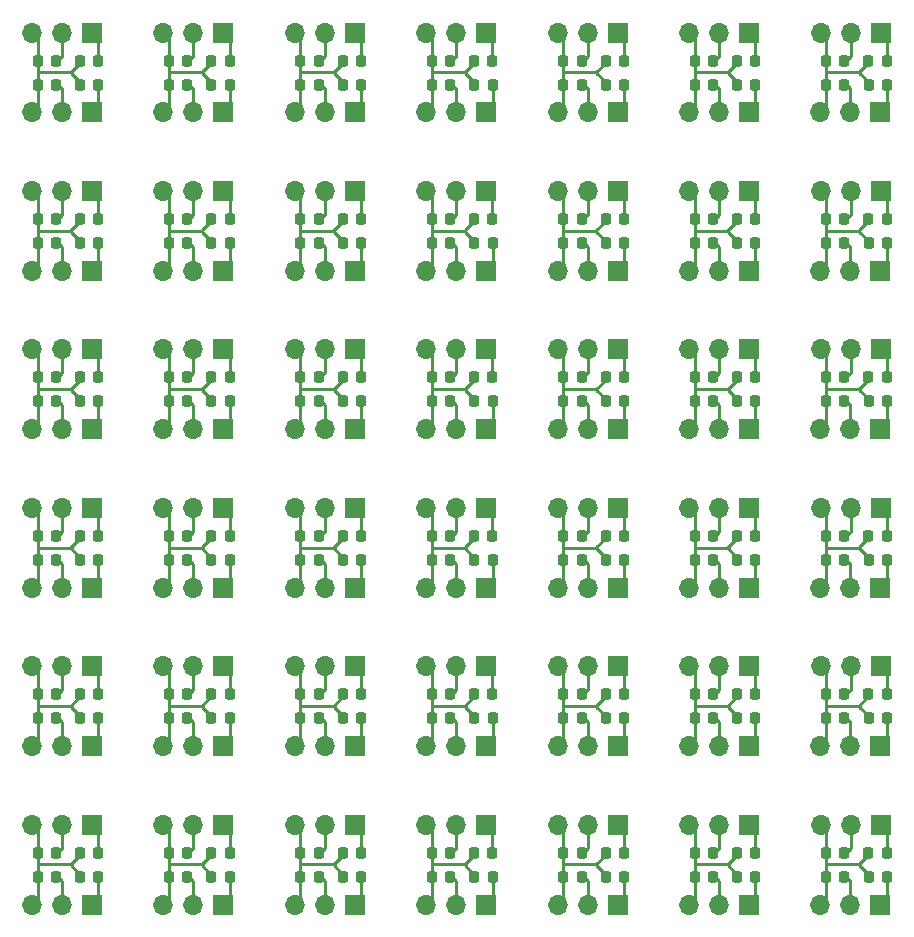
<source format=gbr>
%TF.GenerationSoftware,KiCad,Pcbnew,(6.0.5-0)*%
%TF.CreationDate,2022-12-26T11:12:43+01:00*%
%TF.ProjectId,panel,70616e65-6c2e-46b6-9963-61645f706362,rev?*%
%TF.SameCoordinates,Original*%
%TF.FileFunction,Copper,L2,Bot*%
%TF.FilePolarity,Positive*%
%FSLAX46Y46*%
G04 Gerber Fmt 4.6, Leading zero omitted, Abs format (unit mm)*
G04 Created by KiCad (PCBNEW (6.0.5-0)) date 2022-12-26 11:12:43*
%MOMM*%
%LPD*%
G01*
G04 APERTURE LIST*
G04 Aperture macros list*
%AMRoundRect*
0 Rectangle with rounded corners*
0 $1 Rounding radius*
0 $2 $3 $4 $5 $6 $7 $8 $9 X,Y pos of 4 corners*
0 Add a 4 corners polygon primitive as box body*
4,1,4,$2,$3,$4,$5,$6,$7,$8,$9,$2,$3,0*
0 Add four circle primitives for the rounded corners*
1,1,$1+$1,$2,$3*
1,1,$1+$1,$4,$5*
1,1,$1+$1,$6,$7*
1,1,$1+$1,$8,$9*
0 Add four rect primitives between the rounded corners*
20,1,$1+$1,$2,$3,$4,$5,0*
20,1,$1+$1,$4,$5,$6,$7,0*
20,1,$1+$1,$6,$7,$8,$9,0*
20,1,$1+$1,$8,$9,$2,$3,0*%
G04 Aperture macros list end*
%TA.AperFunction,ComponentPad*%
%ADD10R,1.700000X1.700000*%
%TD*%
%TA.AperFunction,ComponentPad*%
%ADD11O,1.700000X1.700000*%
%TD*%
%TA.AperFunction,SMDPad,CuDef*%
%ADD12RoundRect,0.225000X0.225000X0.250000X-0.225000X0.250000X-0.225000X-0.250000X0.225000X-0.250000X0*%
%TD*%
%TA.AperFunction,SMDPad,CuDef*%
%ADD13RoundRect,0.225000X-0.225000X-0.250000X0.225000X-0.250000X0.225000X0.250000X-0.225000X0.250000X0*%
%TD*%
%TA.AperFunction,Conductor*%
%ADD14C,0.250000*%
%TD*%
G04 APERTURE END LIST*
D10*
%TO.P,J1,1,Pin_1*%
%TO.N,Board_29-Net-(C3-Pad2)*%
X32666200Y-77241200D03*
D11*
%TO.P,J1,2,Pin_2*%
%TO.N,Board_29-Net-(C1-Pad1)*%
X30126200Y-77241200D03*
%TO.P,J1,3,Pin_3*%
%TO.N,Board_29-GND*%
X27586200Y-77241200D03*
%TD*%
D10*
%TO.P,J2,1,Pin_1*%
%TO.N,Board_21-Net-(C4-Pad1)*%
X21553200Y-57057200D03*
D11*
%TO.P,J2,2,Pin_2*%
%TO.N,Board_21-Net-(C2-Pad1)*%
X19013200Y-57057200D03*
%TO.P,J2,3,Pin_3*%
%TO.N,Board_21-GND*%
X16473200Y-57057200D03*
%TD*%
D10*
%TO.P,J2,1,Pin_1*%
%TO.N,Board_13-Net-(C4-Pad1)*%
X88321200Y-30229200D03*
D11*
%TO.P,J2,2,Pin_2*%
%TO.N,Board_13-Net-(C2-Pad1)*%
X85781200Y-30229200D03*
%TO.P,J2,3,Pin_3*%
%TO.N,Board_13-GND*%
X83241200Y-30229200D03*
%TD*%
D10*
%TO.P,J2,1,Pin_1*%
%TO.N,Board_6-Net-(C4-Pad1)*%
X88321200Y-16815200D03*
D11*
%TO.P,J2,2,Pin_2*%
%TO.N,Board_6-Net-(C2-Pad1)*%
X85781200Y-16815200D03*
%TO.P,J2,3,Pin_3*%
%TO.N,Board_6-GND*%
X83241200Y-16815200D03*
%TD*%
D10*
%TO.P,J2,1,Pin_1*%
%TO.N,Board_4-Net-(C4-Pad1)*%
X66065200Y-16815200D03*
D11*
%TO.P,J2,2,Pin_2*%
%TO.N,Board_4-Net-(C2-Pad1)*%
X63525200Y-16815200D03*
%TO.P,J2,3,Pin_3*%
%TO.N,Board_4-GND*%
X60985200Y-16815200D03*
%TD*%
D10*
%TO.P,J1,1,Pin_1*%
%TO.N,Board_28-Net-(C3-Pad2)*%
X21538200Y-77241200D03*
D11*
%TO.P,J1,2,Pin_2*%
%TO.N,Board_28-Net-(C1-Pad1)*%
X18998200Y-77241200D03*
%TO.P,J1,3,Pin_3*%
%TO.N,Board_28-GND*%
X16458200Y-77241200D03*
%TD*%
D10*
%TO.P,J2,1,Pin_1*%
%TO.N,Board_0-Net-(C4-Pad1)*%
X21553200Y-16815200D03*
D11*
%TO.P,J2,2,Pin_2*%
%TO.N,Board_0-Net-(C2-Pad1)*%
X19013200Y-16815200D03*
%TO.P,J2,3,Pin_3*%
%TO.N,Board_0-GND*%
X16473200Y-16815200D03*
%TD*%
D10*
%TO.P,J1,1,Pin_1*%
%TO.N,Board_24-Net-(C3-Pad2)*%
X54922200Y-63827200D03*
D11*
%TO.P,J1,2,Pin_2*%
%TO.N,Board_24-Net-(C1-Pad1)*%
X52382200Y-63827200D03*
%TO.P,J1,3,Pin_3*%
%TO.N,Board_24-GND*%
X49842200Y-63827200D03*
%TD*%
D10*
%TO.P,J2,1,Pin_1*%
%TO.N,Board_9-Net-(C4-Pad1)*%
X43809200Y-30229200D03*
D11*
%TO.P,J2,2,Pin_2*%
%TO.N,Board_9-Net-(C2-Pad1)*%
X41269200Y-30229200D03*
%TO.P,J2,3,Pin_3*%
%TO.N,Board_9-GND*%
X38729200Y-30229200D03*
%TD*%
D10*
%TO.P,J2,1,Pin_1*%
%TO.N,Board_35-Net-(C4-Pad1)*%
X21553200Y-83885200D03*
D11*
%TO.P,J2,2,Pin_2*%
%TO.N,Board_35-Net-(C2-Pad1)*%
X19013200Y-83885200D03*
%TO.P,J2,3,Pin_3*%
%TO.N,Board_35-GND*%
X16473200Y-83885200D03*
%TD*%
D10*
%TO.P,J1,1,Pin_1*%
%TO.N,Board_32-Net-(C3-Pad2)*%
X66050200Y-77241200D03*
D11*
%TO.P,J1,2,Pin_2*%
%TO.N,Board_32-Net-(C1-Pad1)*%
X63510200Y-77241200D03*
%TO.P,J1,3,Pin_3*%
%TO.N,Board_32-GND*%
X60970200Y-77241200D03*
%TD*%
D10*
%TO.P,J2,1,Pin_1*%
%TO.N,Board_2-Net-(C4-Pad1)*%
X43809200Y-16815200D03*
D11*
%TO.P,J2,2,Pin_2*%
%TO.N,Board_2-Net-(C2-Pad1)*%
X41269200Y-16815200D03*
%TO.P,J2,3,Pin_3*%
%TO.N,Board_2-GND*%
X38729200Y-16815200D03*
%TD*%
D10*
%TO.P,J2,1,Pin_1*%
%TO.N,Board_3-Net-(C4-Pad1)*%
X54937200Y-16815200D03*
D11*
%TO.P,J2,2,Pin_2*%
%TO.N,Board_3-Net-(C2-Pad1)*%
X52397200Y-16815200D03*
%TO.P,J2,3,Pin_3*%
%TO.N,Board_3-GND*%
X49857200Y-16815200D03*
%TD*%
D10*
%TO.P,J2,1,Pin_1*%
%TO.N,Board_29-Net-(C4-Pad1)*%
X32681200Y-70471200D03*
D11*
%TO.P,J2,2,Pin_2*%
%TO.N,Board_29-Net-(C2-Pad1)*%
X30141200Y-70471200D03*
%TO.P,J2,3,Pin_3*%
%TO.N,Board_29-GND*%
X27601200Y-70471200D03*
%TD*%
D10*
%TO.P,J1,1,Pin_1*%
%TO.N,Board_12-Net-(C3-Pad2)*%
X77178200Y-36999200D03*
D11*
%TO.P,J1,2,Pin_2*%
%TO.N,Board_12-Net-(C1-Pad1)*%
X74638200Y-36999200D03*
%TO.P,J1,3,Pin_3*%
%TO.N,Board_12-GND*%
X72098200Y-36999200D03*
%TD*%
D10*
%TO.P,J1,1,Pin_1*%
%TO.N,Board_8-Net-(C3-Pad2)*%
X32666200Y-36999200D03*
D11*
%TO.P,J1,2,Pin_2*%
%TO.N,Board_8-Net-(C1-Pad1)*%
X30126200Y-36999200D03*
%TO.P,J1,3,Pin_3*%
%TO.N,Board_8-GND*%
X27586200Y-36999200D03*
%TD*%
D10*
%TO.P,J2,1,Pin_1*%
%TO.N,Board_5-Net-(C4-Pad1)*%
X77193200Y-16815200D03*
D11*
%TO.P,J2,2,Pin_2*%
%TO.N,Board_5-Net-(C2-Pad1)*%
X74653200Y-16815200D03*
%TO.P,J2,3,Pin_3*%
%TO.N,Board_5-GND*%
X72113200Y-16815200D03*
%TD*%
D10*
%TO.P,J1,1,Pin_1*%
%TO.N,Board_3-Net-(C3-Pad2)*%
X54922200Y-23585200D03*
D11*
%TO.P,J1,2,Pin_2*%
%TO.N,Board_3-Net-(C1-Pad1)*%
X52382200Y-23585200D03*
%TO.P,J1,3,Pin_3*%
%TO.N,Board_3-GND*%
X49842200Y-23585200D03*
%TD*%
D10*
%TO.P,J2,1,Pin_1*%
%TO.N,Board_7-Net-(C4-Pad1)*%
X21553200Y-30229200D03*
D11*
%TO.P,J2,2,Pin_2*%
%TO.N,Board_7-Net-(C2-Pad1)*%
X19013200Y-30229200D03*
%TO.P,J2,3,Pin_3*%
%TO.N,Board_7-GND*%
X16473200Y-30229200D03*
%TD*%
D10*
%TO.P,J1,1,Pin_1*%
%TO.N,Board_10-Net-(C3-Pad2)*%
X54922200Y-36999200D03*
D11*
%TO.P,J1,2,Pin_2*%
%TO.N,Board_10-Net-(C1-Pad1)*%
X52382200Y-36999200D03*
%TO.P,J1,3,Pin_3*%
%TO.N,Board_10-GND*%
X49842200Y-36999200D03*
%TD*%
D10*
%TO.P,J2,1,Pin_1*%
%TO.N,Board_22-Net-(C4-Pad1)*%
X32681200Y-57057200D03*
D11*
%TO.P,J2,2,Pin_2*%
%TO.N,Board_22-Net-(C2-Pad1)*%
X30141200Y-57057200D03*
%TO.P,J2,3,Pin_3*%
%TO.N,Board_22-GND*%
X27601200Y-57057200D03*
%TD*%
D10*
%TO.P,J1,1,Pin_1*%
%TO.N,Board_35-Net-(C3-Pad2)*%
X21538200Y-90655200D03*
D11*
%TO.P,J1,2,Pin_2*%
%TO.N,Board_35-Net-(C1-Pad1)*%
X18998200Y-90655200D03*
%TO.P,J1,3,Pin_3*%
%TO.N,Board_35-GND*%
X16458200Y-90655200D03*
%TD*%
D10*
%TO.P,J2,1,Pin_1*%
%TO.N,Board_1-Net-(C4-Pad1)*%
X32681200Y-16815200D03*
D11*
%TO.P,J2,2,Pin_2*%
%TO.N,Board_1-Net-(C2-Pad1)*%
X30141200Y-16815200D03*
%TO.P,J2,3,Pin_3*%
%TO.N,Board_1-GND*%
X27601200Y-16815200D03*
%TD*%
D10*
%TO.P,J2,1,Pin_1*%
%TO.N,Board_20-Net-(C4-Pad1)*%
X88321200Y-43643200D03*
D11*
%TO.P,J2,2,Pin_2*%
%TO.N,Board_20-Net-(C2-Pad1)*%
X85781200Y-43643200D03*
%TO.P,J2,3,Pin_3*%
%TO.N,Board_20-GND*%
X83241200Y-43643200D03*
%TD*%
D10*
%TO.P,J1,1,Pin_1*%
%TO.N,Board_30-Net-(C3-Pad2)*%
X43794200Y-77241200D03*
D11*
%TO.P,J1,2,Pin_2*%
%TO.N,Board_30-Net-(C1-Pad1)*%
X41254200Y-77241200D03*
%TO.P,J1,3,Pin_3*%
%TO.N,Board_30-GND*%
X38714200Y-77241200D03*
%TD*%
D10*
%TO.P,J1,1,Pin_1*%
%TO.N,Board_11-Net-(C3-Pad2)*%
X66050200Y-36999200D03*
D11*
%TO.P,J1,2,Pin_2*%
%TO.N,Board_11-Net-(C1-Pad1)*%
X63510200Y-36999200D03*
%TO.P,J1,3,Pin_3*%
%TO.N,Board_11-GND*%
X60970200Y-36999200D03*
%TD*%
D10*
%TO.P,J1,1,Pin_1*%
%TO.N,Board_15-Net-(C3-Pad2)*%
X32666200Y-50413200D03*
D11*
%TO.P,J1,2,Pin_2*%
%TO.N,Board_15-Net-(C1-Pad1)*%
X30126200Y-50413200D03*
%TO.P,J1,3,Pin_3*%
%TO.N,Board_15-GND*%
X27586200Y-50413200D03*
%TD*%
D10*
%TO.P,J1,1,Pin_1*%
%TO.N,Board_6-Net-(C3-Pad2)*%
X88306200Y-23585200D03*
D11*
%TO.P,J1,2,Pin_2*%
%TO.N,Board_6-Net-(C1-Pad1)*%
X85766200Y-23585200D03*
%TO.P,J1,3,Pin_3*%
%TO.N,Board_6-GND*%
X83226200Y-23585200D03*
%TD*%
D10*
%TO.P,J2,1,Pin_1*%
%TO.N,Board_15-Net-(C4-Pad1)*%
X32681200Y-43643200D03*
D11*
%TO.P,J2,2,Pin_2*%
%TO.N,Board_15-Net-(C2-Pad1)*%
X30141200Y-43643200D03*
%TO.P,J2,3,Pin_3*%
%TO.N,Board_15-GND*%
X27601200Y-43643200D03*
%TD*%
D10*
%TO.P,J1,1,Pin_1*%
%TO.N,Board_17-Net-(C3-Pad2)*%
X54922200Y-50413200D03*
D11*
%TO.P,J1,2,Pin_2*%
%TO.N,Board_17-Net-(C1-Pad1)*%
X52382200Y-50413200D03*
%TO.P,J1,3,Pin_3*%
%TO.N,Board_17-GND*%
X49842200Y-50413200D03*
%TD*%
D10*
%TO.P,J2,1,Pin_1*%
%TO.N,Board_18-Net-(C4-Pad1)*%
X66065200Y-43643200D03*
D11*
%TO.P,J2,2,Pin_2*%
%TO.N,Board_18-Net-(C2-Pad1)*%
X63525200Y-43643200D03*
%TO.P,J2,3,Pin_3*%
%TO.N,Board_18-GND*%
X60985200Y-43643200D03*
%TD*%
D10*
%TO.P,J1,1,Pin_1*%
%TO.N,Board_5-Net-(C3-Pad2)*%
X77178200Y-23585200D03*
D11*
%TO.P,J1,2,Pin_2*%
%TO.N,Board_5-Net-(C1-Pad1)*%
X74638200Y-23585200D03*
%TO.P,J1,3,Pin_3*%
%TO.N,Board_5-GND*%
X72098200Y-23585200D03*
%TD*%
D10*
%TO.P,J2,1,Pin_1*%
%TO.N,Board_37-Net-(C4-Pad1)*%
X43809200Y-83885200D03*
D11*
%TO.P,J2,2,Pin_2*%
%TO.N,Board_37-Net-(C2-Pad1)*%
X41269200Y-83885200D03*
%TO.P,J2,3,Pin_3*%
%TO.N,Board_37-GND*%
X38729200Y-83885200D03*
%TD*%
D10*
%TO.P,J1,1,Pin_1*%
%TO.N,Board_13-Net-(C3-Pad2)*%
X88306200Y-36999200D03*
D11*
%TO.P,J1,2,Pin_2*%
%TO.N,Board_13-Net-(C1-Pad1)*%
X85766200Y-36999200D03*
%TO.P,J1,3,Pin_3*%
%TO.N,Board_13-GND*%
X83226200Y-36999200D03*
%TD*%
D10*
%TO.P,J1,1,Pin_1*%
%TO.N,Board_16-Net-(C3-Pad2)*%
X43794200Y-50413200D03*
D11*
%TO.P,J1,2,Pin_2*%
%TO.N,Board_16-Net-(C1-Pad1)*%
X41254200Y-50413200D03*
%TO.P,J1,3,Pin_3*%
%TO.N,Board_16-GND*%
X38714200Y-50413200D03*
%TD*%
D10*
%TO.P,J2,1,Pin_1*%
%TO.N,Board_8-Net-(C4-Pad1)*%
X32681200Y-30229200D03*
D11*
%TO.P,J2,2,Pin_2*%
%TO.N,Board_8-Net-(C2-Pad1)*%
X30141200Y-30229200D03*
%TO.P,J2,3,Pin_3*%
%TO.N,Board_8-GND*%
X27601200Y-30229200D03*
%TD*%
D10*
%TO.P,J2,1,Pin_1*%
%TO.N,Board_27-Net-(C4-Pad1)*%
X88321200Y-57057200D03*
D11*
%TO.P,J2,2,Pin_2*%
%TO.N,Board_27-Net-(C2-Pad1)*%
X85781200Y-57057200D03*
%TO.P,J2,3,Pin_3*%
%TO.N,Board_27-GND*%
X83241200Y-57057200D03*
%TD*%
D10*
%TO.P,J2,1,Pin_1*%
%TO.N,Board_40-Net-(C4-Pad1)*%
X77193200Y-83885200D03*
D11*
%TO.P,J2,2,Pin_2*%
%TO.N,Board_40-Net-(C2-Pad1)*%
X74653200Y-83885200D03*
%TO.P,J2,3,Pin_3*%
%TO.N,Board_40-GND*%
X72113200Y-83885200D03*
%TD*%
D10*
%TO.P,J1,1,Pin_1*%
%TO.N,Board_39-Net-(C3-Pad2)*%
X66050200Y-90655200D03*
D11*
%TO.P,J1,2,Pin_2*%
%TO.N,Board_39-Net-(C1-Pad1)*%
X63510200Y-90655200D03*
%TO.P,J1,3,Pin_3*%
%TO.N,Board_39-GND*%
X60970200Y-90655200D03*
%TD*%
D10*
%TO.P,J1,1,Pin_1*%
%TO.N,Board_4-Net-(C3-Pad2)*%
X66050200Y-23585200D03*
D11*
%TO.P,J1,2,Pin_2*%
%TO.N,Board_4-Net-(C1-Pad1)*%
X63510200Y-23585200D03*
%TO.P,J1,3,Pin_3*%
%TO.N,Board_4-GND*%
X60970200Y-23585200D03*
%TD*%
D10*
%TO.P,J2,1,Pin_1*%
%TO.N,Board_17-Net-(C4-Pad1)*%
X54937200Y-43643200D03*
D11*
%TO.P,J2,2,Pin_2*%
%TO.N,Board_17-Net-(C2-Pad1)*%
X52397200Y-43643200D03*
%TO.P,J2,3,Pin_3*%
%TO.N,Board_17-GND*%
X49857200Y-43643200D03*
%TD*%
D10*
%TO.P,J2,1,Pin_1*%
%TO.N,Board_14-Net-(C4-Pad1)*%
X21553200Y-43643200D03*
D11*
%TO.P,J2,2,Pin_2*%
%TO.N,Board_14-Net-(C2-Pad1)*%
X19013200Y-43643200D03*
%TO.P,J2,3,Pin_3*%
%TO.N,Board_14-GND*%
X16473200Y-43643200D03*
%TD*%
D10*
%TO.P,J2,1,Pin_1*%
%TO.N,Board_32-Net-(C4-Pad1)*%
X66065200Y-70471200D03*
D11*
%TO.P,J2,2,Pin_2*%
%TO.N,Board_32-Net-(C2-Pad1)*%
X63525200Y-70471200D03*
%TO.P,J2,3,Pin_3*%
%TO.N,Board_32-GND*%
X60985200Y-70471200D03*
%TD*%
D10*
%TO.P,J1,1,Pin_1*%
%TO.N,Board_25-Net-(C3-Pad2)*%
X66050200Y-63827200D03*
D11*
%TO.P,J1,2,Pin_2*%
%TO.N,Board_25-Net-(C1-Pad1)*%
X63510200Y-63827200D03*
%TO.P,J1,3,Pin_3*%
%TO.N,Board_25-GND*%
X60970200Y-63827200D03*
%TD*%
D10*
%TO.P,J2,1,Pin_1*%
%TO.N,Board_26-Net-(C4-Pad1)*%
X77193200Y-57057200D03*
D11*
%TO.P,J2,2,Pin_2*%
%TO.N,Board_26-Net-(C2-Pad1)*%
X74653200Y-57057200D03*
%TO.P,J2,3,Pin_3*%
%TO.N,Board_26-GND*%
X72113200Y-57057200D03*
%TD*%
D10*
%TO.P,J1,1,Pin_1*%
%TO.N,Board_33-Net-(C3-Pad2)*%
X77178200Y-77241200D03*
D11*
%TO.P,J1,2,Pin_2*%
%TO.N,Board_33-Net-(C1-Pad1)*%
X74638200Y-77241200D03*
%TO.P,J1,3,Pin_3*%
%TO.N,Board_33-GND*%
X72098200Y-77241200D03*
%TD*%
D10*
%TO.P,J1,1,Pin_1*%
%TO.N,Board_27-Net-(C3-Pad2)*%
X88306200Y-63827200D03*
D11*
%TO.P,J1,2,Pin_2*%
%TO.N,Board_27-Net-(C1-Pad1)*%
X85766200Y-63827200D03*
%TO.P,J1,3,Pin_3*%
%TO.N,Board_27-GND*%
X83226200Y-63827200D03*
%TD*%
D10*
%TO.P,J1,1,Pin_1*%
%TO.N,Board_18-Net-(C3-Pad2)*%
X66050200Y-50413200D03*
D11*
%TO.P,J1,2,Pin_2*%
%TO.N,Board_18-Net-(C1-Pad1)*%
X63510200Y-50413200D03*
%TO.P,J1,3,Pin_3*%
%TO.N,Board_18-GND*%
X60970200Y-50413200D03*
%TD*%
D10*
%TO.P,J2,1,Pin_1*%
%TO.N,Board_33-Net-(C4-Pad1)*%
X77193200Y-70471200D03*
D11*
%TO.P,J2,2,Pin_2*%
%TO.N,Board_33-Net-(C2-Pad1)*%
X74653200Y-70471200D03*
%TO.P,J2,3,Pin_3*%
%TO.N,Board_33-GND*%
X72113200Y-70471200D03*
%TD*%
D10*
%TO.P,J1,1,Pin_1*%
%TO.N,Board_26-Net-(C3-Pad2)*%
X77178200Y-63827200D03*
D11*
%TO.P,J1,2,Pin_2*%
%TO.N,Board_26-Net-(C1-Pad1)*%
X74638200Y-63827200D03*
%TO.P,J1,3,Pin_3*%
%TO.N,Board_26-GND*%
X72098200Y-63827200D03*
%TD*%
D10*
%TO.P,J1,1,Pin_1*%
%TO.N,Board_19-Net-(C3-Pad2)*%
X77178200Y-50413200D03*
D11*
%TO.P,J1,2,Pin_2*%
%TO.N,Board_19-Net-(C1-Pad1)*%
X74638200Y-50413200D03*
%TO.P,J1,3,Pin_3*%
%TO.N,Board_19-GND*%
X72098200Y-50413200D03*
%TD*%
D10*
%TO.P,J2,1,Pin_1*%
%TO.N,Board_16-Net-(C4-Pad1)*%
X43809200Y-43643200D03*
D11*
%TO.P,J2,2,Pin_2*%
%TO.N,Board_16-Net-(C2-Pad1)*%
X41269200Y-43643200D03*
%TO.P,J2,3,Pin_3*%
%TO.N,Board_16-GND*%
X38729200Y-43643200D03*
%TD*%
D10*
%TO.P,J1,1,Pin_1*%
%TO.N,Board_0-Net-(C3-Pad2)*%
X21538200Y-23585200D03*
D11*
%TO.P,J1,2,Pin_2*%
%TO.N,Board_0-Net-(C1-Pad1)*%
X18998200Y-23585200D03*
%TO.P,J1,3,Pin_3*%
%TO.N,Board_0-GND*%
X16458200Y-23585200D03*
%TD*%
D10*
%TO.P,J2,1,Pin_1*%
%TO.N,Board_28-Net-(C4-Pad1)*%
X21553200Y-70471200D03*
D11*
%TO.P,J2,2,Pin_2*%
%TO.N,Board_28-Net-(C2-Pad1)*%
X19013200Y-70471200D03*
%TO.P,J2,3,Pin_3*%
%TO.N,Board_28-GND*%
X16473200Y-70471200D03*
%TD*%
D10*
%TO.P,J2,1,Pin_1*%
%TO.N,Board_38-Net-(C4-Pad1)*%
X54937200Y-83885200D03*
D11*
%TO.P,J2,2,Pin_2*%
%TO.N,Board_38-Net-(C2-Pad1)*%
X52397200Y-83885200D03*
%TO.P,J2,3,Pin_3*%
%TO.N,Board_38-GND*%
X49857200Y-83885200D03*
%TD*%
D10*
%TO.P,J2,1,Pin_1*%
%TO.N,Board_12-Net-(C4-Pad1)*%
X77193200Y-30229200D03*
D11*
%TO.P,J2,2,Pin_2*%
%TO.N,Board_12-Net-(C2-Pad1)*%
X74653200Y-30229200D03*
%TO.P,J2,3,Pin_3*%
%TO.N,Board_12-GND*%
X72113200Y-30229200D03*
%TD*%
D10*
%TO.P,J1,1,Pin_1*%
%TO.N,Board_40-Net-(C3-Pad2)*%
X77178200Y-90655200D03*
D11*
%TO.P,J1,2,Pin_2*%
%TO.N,Board_40-Net-(C1-Pad1)*%
X74638200Y-90655200D03*
%TO.P,J1,3,Pin_3*%
%TO.N,Board_40-GND*%
X72098200Y-90655200D03*
%TD*%
D10*
%TO.P,J2,1,Pin_1*%
%TO.N,Board_31-Net-(C4-Pad1)*%
X54937200Y-70471200D03*
D11*
%TO.P,J2,2,Pin_2*%
%TO.N,Board_31-Net-(C2-Pad1)*%
X52397200Y-70471200D03*
%TO.P,J2,3,Pin_3*%
%TO.N,Board_31-GND*%
X49857200Y-70471200D03*
%TD*%
D10*
%TO.P,J2,1,Pin_1*%
%TO.N,Board_34-Net-(C4-Pad1)*%
X88321200Y-70471200D03*
D11*
%TO.P,J2,2,Pin_2*%
%TO.N,Board_34-Net-(C2-Pad1)*%
X85781200Y-70471200D03*
%TO.P,J2,3,Pin_3*%
%TO.N,Board_34-GND*%
X83241200Y-70471200D03*
%TD*%
D10*
%TO.P,J2,1,Pin_1*%
%TO.N,Board_23-Net-(C4-Pad1)*%
X43809200Y-57057200D03*
D11*
%TO.P,J2,2,Pin_2*%
%TO.N,Board_23-Net-(C2-Pad1)*%
X41269200Y-57057200D03*
%TO.P,J2,3,Pin_3*%
%TO.N,Board_23-GND*%
X38729200Y-57057200D03*
%TD*%
D10*
%TO.P,J1,1,Pin_1*%
%TO.N,Board_41-Net-(C3-Pad2)*%
X88306200Y-90655200D03*
D11*
%TO.P,J1,2,Pin_2*%
%TO.N,Board_41-Net-(C1-Pad1)*%
X85766200Y-90655200D03*
%TO.P,J1,3,Pin_3*%
%TO.N,Board_41-GND*%
X83226200Y-90655200D03*
%TD*%
D10*
%TO.P,J1,1,Pin_1*%
%TO.N,Board_31-Net-(C3-Pad2)*%
X54922200Y-77241200D03*
D11*
%TO.P,J1,2,Pin_2*%
%TO.N,Board_31-Net-(C1-Pad1)*%
X52382200Y-77241200D03*
%TO.P,J1,3,Pin_3*%
%TO.N,Board_31-GND*%
X49842200Y-77241200D03*
%TD*%
D10*
%TO.P,J1,1,Pin_1*%
%TO.N,Board_7-Net-(C3-Pad2)*%
X21538200Y-36999200D03*
D11*
%TO.P,J1,2,Pin_2*%
%TO.N,Board_7-Net-(C1-Pad1)*%
X18998200Y-36999200D03*
%TO.P,J1,3,Pin_3*%
%TO.N,Board_7-GND*%
X16458200Y-36999200D03*
%TD*%
D10*
%TO.P,J1,1,Pin_1*%
%TO.N,Board_21-Net-(C3-Pad2)*%
X21538200Y-63827200D03*
D11*
%TO.P,J1,2,Pin_2*%
%TO.N,Board_21-Net-(C1-Pad1)*%
X18998200Y-63827200D03*
%TO.P,J1,3,Pin_3*%
%TO.N,Board_21-GND*%
X16458200Y-63827200D03*
%TD*%
D10*
%TO.P,J1,1,Pin_1*%
%TO.N,Board_14-Net-(C3-Pad2)*%
X21538200Y-50413200D03*
D11*
%TO.P,J1,2,Pin_2*%
%TO.N,Board_14-Net-(C1-Pad1)*%
X18998200Y-50413200D03*
%TO.P,J1,3,Pin_3*%
%TO.N,Board_14-GND*%
X16458200Y-50413200D03*
%TD*%
D10*
%TO.P,J1,1,Pin_1*%
%TO.N,Board_37-Net-(C3-Pad2)*%
X43794200Y-90655200D03*
D11*
%TO.P,J1,2,Pin_2*%
%TO.N,Board_37-Net-(C1-Pad1)*%
X41254200Y-90655200D03*
%TO.P,J1,3,Pin_3*%
%TO.N,Board_37-GND*%
X38714200Y-90655200D03*
%TD*%
D10*
%TO.P,J2,1,Pin_1*%
%TO.N,Board_30-Net-(C4-Pad1)*%
X43809200Y-70471200D03*
D11*
%TO.P,J2,2,Pin_2*%
%TO.N,Board_30-Net-(C2-Pad1)*%
X41269200Y-70471200D03*
%TO.P,J2,3,Pin_3*%
%TO.N,Board_30-GND*%
X38729200Y-70471200D03*
%TD*%
D10*
%TO.P,J1,1,Pin_1*%
%TO.N,Board_38-Net-(C3-Pad2)*%
X54922200Y-90655200D03*
D11*
%TO.P,J1,2,Pin_2*%
%TO.N,Board_38-Net-(C1-Pad1)*%
X52382200Y-90655200D03*
%TO.P,J1,3,Pin_3*%
%TO.N,Board_38-GND*%
X49842200Y-90655200D03*
%TD*%
D10*
%TO.P,J1,1,Pin_1*%
%TO.N,Board_20-Net-(C3-Pad2)*%
X88306200Y-50413200D03*
D11*
%TO.P,J1,2,Pin_2*%
%TO.N,Board_20-Net-(C1-Pad1)*%
X85766200Y-50413200D03*
%TO.P,J1,3,Pin_3*%
%TO.N,Board_20-GND*%
X83226200Y-50413200D03*
%TD*%
D10*
%TO.P,J2,1,Pin_1*%
%TO.N,Board_24-Net-(C4-Pad1)*%
X54937200Y-57057200D03*
D11*
%TO.P,J2,2,Pin_2*%
%TO.N,Board_24-Net-(C2-Pad1)*%
X52397200Y-57057200D03*
%TO.P,J2,3,Pin_3*%
%TO.N,Board_24-GND*%
X49857200Y-57057200D03*
%TD*%
D10*
%TO.P,J2,1,Pin_1*%
%TO.N,Board_25-Net-(C4-Pad1)*%
X66065200Y-57057200D03*
D11*
%TO.P,J2,2,Pin_2*%
%TO.N,Board_25-Net-(C2-Pad1)*%
X63525200Y-57057200D03*
%TO.P,J2,3,Pin_3*%
%TO.N,Board_25-GND*%
X60985200Y-57057200D03*
%TD*%
D10*
%TO.P,J1,1,Pin_1*%
%TO.N,Board_1-Net-(C3-Pad2)*%
X32666200Y-23585200D03*
D11*
%TO.P,J1,2,Pin_2*%
%TO.N,Board_1-Net-(C1-Pad1)*%
X30126200Y-23585200D03*
%TO.P,J1,3,Pin_3*%
%TO.N,Board_1-GND*%
X27586200Y-23585200D03*
%TD*%
D10*
%TO.P,J1,1,Pin_1*%
%TO.N,Board_36-Net-(C3-Pad2)*%
X32666200Y-90655200D03*
D11*
%TO.P,J1,2,Pin_2*%
%TO.N,Board_36-Net-(C1-Pad1)*%
X30126200Y-90655200D03*
%TO.P,J1,3,Pin_3*%
%TO.N,Board_36-GND*%
X27586200Y-90655200D03*
%TD*%
D10*
%TO.P,J1,1,Pin_1*%
%TO.N,Board_22-Net-(C3-Pad2)*%
X32666200Y-63827200D03*
D11*
%TO.P,J1,2,Pin_2*%
%TO.N,Board_22-Net-(C1-Pad1)*%
X30126200Y-63827200D03*
%TO.P,J1,3,Pin_3*%
%TO.N,Board_22-GND*%
X27586200Y-63827200D03*
%TD*%
D10*
%TO.P,J2,1,Pin_1*%
%TO.N,Board_10-Net-(C4-Pad1)*%
X54937200Y-30229200D03*
D11*
%TO.P,J2,2,Pin_2*%
%TO.N,Board_10-Net-(C2-Pad1)*%
X52397200Y-30229200D03*
%TO.P,J2,3,Pin_3*%
%TO.N,Board_10-GND*%
X49857200Y-30229200D03*
%TD*%
D10*
%TO.P,J2,1,Pin_1*%
%TO.N,Board_11-Net-(C4-Pad1)*%
X66065200Y-30229200D03*
D11*
%TO.P,J2,2,Pin_2*%
%TO.N,Board_11-Net-(C2-Pad1)*%
X63525200Y-30229200D03*
%TO.P,J2,3,Pin_3*%
%TO.N,Board_11-GND*%
X60985200Y-30229200D03*
%TD*%
D10*
%TO.P,J1,1,Pin_1*%
%TO.N,Board_2-Net-(C3-Pad2)*%
X43794200Y-23585200D03*
D11*
%TO.P,J1,2,Pin_2*%
%TO.N,Board_2-Net-(C1-Pad1)*%
X41254200Y-23585200D03*
%TO.P,J1,3,Pin_3*%
%TO.N,Board_2-GND*%
X38714200Y-23585200D03*
%TD*%
D10*
%TO.P,J2,1,Pin_1*%
%TO.N,Board_39-Net-(C4-Pad1)*%
X66065200Y-83885200D03*
D11*
%TO.P,J2,2,Pin_2*%
%TO.N,Board_39-Net-(C2-Pad1)*%
X63525200Y-83885200D03*
%TO.P,J2,3,Pin_3*%
%TO.N,Board_39-GND*%
X60985200Y-83885200D03*
%TD*%
D10*
%TO.P,J2,1,Pin_1*%
%TO.N,Board_36-Net-(C4-Pad1)*%
X32681200Y-83885200D03*
D11*
%TO.P,J2,2,Pin_2*%
%TO.N,Board_36-Net-(C2-Pad1)*%
X30141200Y-83885200D03*
%TO.P,J2,3,Pin_3*%
%TO.N,Board_36-GND*%
X27601200Y-83885200D03*
%TD*%
D10*
%TO.P,J1,1,Pin_1*%
%TO.N,Board_34-Net-(C3-Pad2)*%
X88306200Y-77241200D03*
D11*
%TO.P,J1,2,Pin_2*%
%TO.N,Board_34-Net-(C1-Pad1)*%
X85766200Y-77241200D03*
%TO.P,J1,3,Pin_3*%
%TO.N,Board_34-GND*%
X83226200Y-77241200D03*
%TD*%
D10*
%TO.P,J2,1,Pin_1*%
%TO.N,Board_19-Net-(C4-Pad1)*%
X77193200Y-43643200D03*
D11*
%TO.P,J2,2,Pin_2*%
%TO.N,Board_19-Net-(C2-Pad1)*%
X74653200Y-43643200D03*
%TO.P,J2,3,Pin_3*%
%TO.N,Board_19-GND*%
X72113200Y-43643200D03*
%TD*%
D10*
%TO.P,J1,1,Pin_1*%
%TO.N,Board_9-Net-(C3-Pad2)*%
X43794200Y-36999200D03*
D11*
%TO.P,J1,2,Pin_2*%
%TO.N,Board_9-Net-(C1-Pad1)*%
X41254200Y-36999200D03*
%TO.P,J1,3,Pin_3*%
%TO.N,Board_9-GND*%
X38714200Y-36999200D03*
%TD*%
D10*
%TO.P,J1,1,Pin_1*%
%TO.N,Board_23-Net-(C3-Pad2)*%
X43794200Y-63827200D03*
D11*
%TO.P,J1,2,Pin_2*%
%TO.N,Board_23-Net-(C1-Pad1)*%
X41254200Y-63827200D03*
%TO.P,J1,3,Pin_3*%
%TO.N,Board_23-GND*%
X38714200Y-63827200D03*
%TD*%
D10*
%TO.P,J2,1,Pin_1*%
%TO.N,Board_41-Net-(C4-Pad1)*%
X88321200Y-83885200D03*
D11*
%TO.P,J2,2,Pin_2*%
%TO.N,Board_41-Net-(C2-Pad1)*%
X85781200Y-83885200D03*
%TO.P,J2,3,Pin_3*%
%TO.N,Board_41-GND*%
X83241200Y-83885200D03*
%TD*%
D12*
%TO.P,C1,1*%
%TO.N,Board_34-Net-(C1-Pad1)*%
X85260800Y-74879000D03*
%TO.P,C1,2*%
%TO.N,Board_34-GND*%
X83710800Y-74879000D03*
%TD*%
%TO.P,C1,1*%
%TO.N,Board_30-Net-(C1-Pad1)*%
X40748800Y-74879000D03*
%TO.P,C1,2*%
%TO.N,Board_30-GND*%
X39198800Y-74879000D03*
%TD*%
D13*
%TO.P,C3,1*%
%TO.N,Board_6-GND*%
X87305200Y-21223000D03*
%TO.P,C3,2*%
%TO.N,Board_6-Net-(C3-Pad2)*%
X88855200Y-21223000D03*
%TD*%
%TO.P,C3,1*%
%TO.N,Board_16-GND*%
X42793200Y-48051000D03*
%TO.P,C3,2*%
%TO.N,Board_16-Net-(C3-Pad2)*%
X44343200Y-48051000D03*
%TD*%
D12*
%TO.P,C1,1*%
%TO.N,Board_20-Net-(C1-Pad1)*%
X85260800Y-48051000D03*
%TO.P,C1,2*%
%TO.N,Board_20-GND*%
X83710800Y-48051000D03*
%TD*%
%TO.P,C2,1*%
%TO.N,Board_41-Net-(C2-Pad1)*%
X85260800Y-86261000D03*
%TO.P,C2,2*%
%TO.N,Board_41-GND*%
X83710800Y-86261000D03*
%TD*%
D13*
%TO.P,C3,1*%
%TO.N,Board_29-GND*%
X31665200Y-74879000D03*
%TO.P,C3,2*%
%TO.N,Board_29-Net-(C3-Pad2)*%
X33215200Y-74879000D03*
%TD*%
D12*
%TO.P,C1,1*%
%TO.N,Board_22-Net-(C1-Pad1)*%
X29620800Y-61465000D03*
%TO.P,C1,2*%
%TO.N,Board_22-GND*%
X28070800Y-61465000D03*
%TD*%
%TO.P,C2,1*%
%TO.N,Board_18-Net-(C2-Pad1)*%
X63004800Y-46019000D03*
%TO.P,C2,2*%
%TO.N,Board_18-GND*%
X61454800Y-46019000D03*
%TD*%
D13*
%TO.P,C3,1*%
%TO.N,Board_4-GND*%
X65049200Y-21223000D03*
%TO.P,C3,2*%
%TO.N,Board_4-Net-(C3-Pad2)*%
X66599200Y-21223000D03*
%TD*%
D12*
%TO.P,C2,1*%
%TO.N,Board_3-Net-(C2-Pad1)*%
X51876800Y-19191000D03*
%TO.P,C2,2*%
%TO.N,Board_3-GND*%
X50326800Y-19191000D03*
%TD*%
%TO.P,C4,1*%
%TO.N,Board_8-Net-(C4-Pad1)*%
X33202200Y-32605000D03*
%TO.P,C4,2*%
%TO.N,Board_8-GND*%
X31652200Y-32605000D03*
%TD*%
%TO.P,C1,1*%
%TO.N,Board_16-Net-(C1-Pad1)*%
X40748800Y-48051000D03*
%TO.P,C1,2*%
%TO.N,Board_16-GND*%
X39198800Y-48051000D03*
%TD*%
%TO.P,C4,1*%
%TO.N,Board_30-Net-(C4-Pad1)*%
X44330200Y-72847000D03*
%TO.P,C4,2*%
%TO.N,Board_30-GND*%
X42780200Y-72847000D03*
%TD*%
%TO.P,C2,1*%
%TO.N,Board_24-Net-(C2-Pad1)*%
X51876800Y-59433000D03*
%TO.P,C2,2*%
%TO.N,Board_24-GND*%
X50326800Y-59433000D03*
%TD*%
%TO.P,C4,1*%
%TO.N,Board_34-Net-(C4-Pad1)*%
X88842200Y-72847000D03*
%TO.P,C4,2*%
%TO.N,Board_34-GND*%
X87292200Y-72847000D03*
%TD*%
%TO.P,C1,1*%
%TO.N,Board_27-Net-(C1-Pad1)*%
X85260800Y-61465000D03*
%TO.P,C1,2*%
%TO.N,Board_27-GND*%
X83710800Y-61465000D03*
%TD*%
%TO.P,C4,1*%
%TO.N,Board_19-Net-(C4-Pad1)*%
X77714200Y-46019000D03*
%TO.P,C4,2*%
%TO.N,Board_19-GND*%
X76164200Y-46019000D03*
%TD*%
D13*
%TO.P,C3,1*%
%TO.N,Board_36-GND*%
X31665200Y-88293000D03*
%TO.P,C3,2*%
%TO.N,Board_36-Net-(C3-Pad2)*%
X33215200Y-88293000D03*
%TD*%
D12*
%TO.P,C2,1*%
%TO.N,Board_23-Net-(C2-Pad1)*%
X40748800Y-59433000D03*
%TO.P,C2,2*%
%TO.N,Board_23-GND*%
X39198800Y-59433000D03*
%TD*%
%TO.P,C4,1*%
%TO.N,Board_17-Net-(C4-Pad1)*%
X55458200Y-46019000D03*
%TO.P,C4,2*%
%TO.N,Board_17-GND*%
X53908200Y-46019000D03*
%TD*%
%TO.P,C4,1*%
%TO.N,Board_2-Net-(C4-Pad1)*%
X44330200Y-19191000D03*
%TO.P,C4,2*%
%TO.N,Board_2-GND*%
X42780200Y-19191000D03*
%TD*%
%TO.P,C4,1*%
%TO.N,Board_26-Net-(C4-Pad1)*%
X77714200Y-59433000D03*
%TO.P,C4,2*%
%TO.N,Board_26-GND*%
X76164200Y-59433000D03*
%TD*%
%TO.P,C2,1*%
%TO.N,Board_8-Net-(C2-Pad1)*%
X29620800Y-32605000D03*
%TO.P,C2,2*%
%TO.N,Board_8-GND*%
X28070800Y-32605000D03*
%TD*%
D13*
%TO.P,C3,1*%
%TO.N,Board_12-GND*%
X76177200Y-34637000D03*
%TO.P,C3,2*%
%TO.N,Board_12-Net-(C3-Pad2)*%
X77727200Y-34637000D03*
%TD*%
D12*
%TO.P,C1,1*%
%TO.N,Board_2-Net-(C1-Pad1)*%
X40748800Y-21223000D03*
%TO.P,C1,2*%
%TO.N,Board_2-GND*%
X39198800Y-21223000D03*
%TD*%
%TO.P,C2,1*%
%TO.N,Board_30-Net-(C2-Pad1)*%
X40748800Y-72847000D03*
%TO.P,C2,2*%
%TO.N,Board_30-GND*%
X39198800Y-72847000D03*
%TD*%
%TO.P,C1,1*%
%TO.N,Board_8-Net-(C1-Pad1)*%
X29620800Y-34637000D03*
%TO.P,C1,2*%
%TO.N,Board_8-GND*%
X28070800Y-34637000D03*
%TD*%
%TO.P,C4,1*%
%TO.N,Board_10-Net-(C4-Pad1)*%
X55458200Y-32605000D03*
%TO.P,C4,2*%
%TO.N,Board_10-GND*%
X53908200Y-32605000D03*
%TD*%
D13*
%TO.P,C3,1*%
%TO.N,Board_40-GND*%
X76177200Y-88293000D03*
%TO.P,C3,2*%
%TO.N,Board_40-Net-(C3-Pad2)*%
X77727200Y-88293000D03*
%TD*%
D12*
%TO.P,C1,1*%
%TO.N,Board_38-Net-(C1-Pad1)*%
X51876800Y-88293000D03*
%TO.P,C1,2*%
%TO.N,Board_38-GND*%
X50326800Y-88293000D03*
%TD*%
%TO.P,C1,1*%
%TO.N,Board_1-Net-(C1-Pad1)*%
X29620800Y-21223000D03*
%TO.P,C1,2*%
%TO.N,Board_1-GND*%
X28070800Y-21223000D03*
%TD*%
D13*
%TO.P,C3,1*%
%TO.N,Board_39-GND*%
X65049200Y-88293000D03*
%TO.P,C3,2*%
%TO.N,Board_39-Net-(C3-Pad2)*%
X66599200Y-88293000D03*
%TD*%
D12*
%TO.P,C4,1*%
%TO.N,Board_13-Net-(C4-Pad1)*%
X88842200Y-32605000D03*
%TO.P,C4,2*%
%TO.N,Board_13-GND*%
X87292200Y-32605000D03*
%TD*%
D13*
%TO.P,C3,1*%
%TO.N,Board_5-GND*%
X76177200Y-21223000D03*
%TO.P,C3,2*%
%TO.N,Board_5-Net-(C3-Pad2)*%
X77727200Y-21223000D03*
%TD*%
D12*
%TO.P,C2,1*%
%TO.N,Board_5-Net-(C2-Pad1)*%
X74132800Y-19191000D03*
%TO.P,C2,2*%
%TO.N,Board_5-GND*%
X72582800Y-19191000D03*
%TD*%
%TO.P,C1,1*%
%TO.N,Board_6-Net-(C1-Pad1)*%
X85260800Y-21223000D03*
%TO.P,C1,2*%
%TO.N,Board_6-GND*%
X83710800Y-21223000D03*
%TD*%
%TO.P,C1,1*%
%TO.N,Board_3-Net-(C1-Pad1)*%
X51876800Y-21223000D03*
%TO.P,C1,2*%
%TO.N,Board_3-GND*%
X50326800Y-21223000D03*
%TD*%
%TO.P,C2,1*%
%TO.N,Board_10-Net-(C2-Pad1)*%
X51876800Y-32605000D03*
%TO.P,C2,2*%
%TO.N,Board_10-GND*%
X50326800Y-32605000D03*
%TD*%
D13*
%TO.P,C3,1*%
%TO.N,Board_27-GND*%
X87305200Y-61465000D03*
%TO.P,C3,2*%
%TO.N,Board_27-Net-(C3-Pad2)*%
X88855200Y-61465000D03*
%TD*%
D12*
%TO.P,C2,1*%
%TO.N,Board_31-Net-(C2-Pad1)*%
X51876800Y-72847000D03*
%TO.P,C2,2*%
%TO.N,Board_31-GND*%
X50326800Y-72847000D03*
%TD*%
%TO.P,C4,1*%
%TO.N,Board_41-Net-(C4-Pad1)*%
X88842200Y-86261000D03*
%TO.P,C4,2*%
%TO.N,Board_41-GND*%
X87292200Y-86261000D03*
%TD*%
%TO.P,C4,1*%
%TO.N,Board_9-Net-(C4-Pad1)*%
X44330200Y-32605000D03*
%TO.P,C4,2*%
%TO.N,Board_9-GND*%
X42780200Y-32605000D03*
%TD*%
D13*
%TO.P,C3,1*%
%TO.N,Board_14-GND*%
X20537200Y-48051000D03*
%TO.P,C3,2*%
%TO.N,Board_14-Net-(C3-Pad2)*%
X22087200Y-48051000D03*
%TD*%
D12*
%TO.P,C1,1*%
%TO.N,Board_26-Net-(C1-Pad1)*%
X74132800Y-61465000D03*
%TO.P,C1,2*%
%TO.N,Board_26-GND*%
X72582800Y-61465000D03*
%TD*%
%TO.P,C4,1*%
%TO.N,Board_16-Net-(C4-Pad1)*%
X44330200Y-46019000D03*
%TO.P,C4,2*%
%TO.N,Board_16-GND*%
X42780200Y-46019000D03*
%TD*%
D13*
%TO.P,C3,1*%
%TO.N,Board_20-GND*%
X87305200Y-48051000D03*
%TO.P,C3,2*%
%TO.N,Board_20-Net-(C3-Pad2)*%
X88855200Y-48051000D03*
%TD*%
D12*
%TO.P,C2,1*%
%TO.N,Board_0-Net-(C2-Pad1)*%
X18492800Y-19191000D03*
%TO.P,C2,2*%
%TO.N,Board_0-GND*%
X16942800Y-19191000D03*
%TD*%
%TO.P,C2,1*%
%TO.N,Board_36-Net-(C2-Pad1)*%
X29620800Y-86261000D03*
%TO.P,C2,2*%
%TO.N,Board_36-GND*%
X28070800Y-86261000D03*
%TD*%
%TO.P,C4,1*%
%TO.N,Board_32-Net-(C4-Pad1)*%
X66586200Y-72847000D03*
%TO.P,C4,2*%
%TO.N,Board_32-GND*%
X65036200Y-72847000D03*
%TD*%
%TO.P,C4,1*%
%TO.N,Board_31-Net-(C4-Pad1)*%
X55458200Y-72847000D03*
%TO.P,C4,2*%
%TO.N,Board_31-GND*%
X53908200Y-72847000D03*
%TD*%
%TO.P,C2,1*%
%TO.N,Board_7-Net-(C2-Pad1)*%
X18492800Y-32605000D03*
%TO.P,C2,2*%
%TO.N,Board_7-GND*%
X16942800Y-32605000D03*
%TD*%
%TO.P,C1,1*%
%TO.N,Board_21-Net-(C1-Pad1)*%
X18492800Y-61465000D03*
%TO.P,C1,2*%
%TO.N,Board_21-GND*%
X16942800Y-61465000D03*
%TD*%
%TO.P,C2,1*%
%TO.N,Board_9-Net-(C2-Pad1)*%
X40748800Y-32605000D03*
%TO.P,C2,2*%
%TO.N,Board_9-GND*%
X39198800Y-32605000D03*
%TD*%
D13*
%TO.P,C3,1*%
%TO.N,Board_38-GND*%
X53921200Y-88293000D03*
%TO.P,C3,2*%
%TO.N,Board_38-Net-(C3-Pad2)*%
X55471200Y-88293000D03*
%TD*%
%TO.P,C3,1*%
%TO.N,Board_41-GND*%
X87305200Y-88293000D03*
%TO.P,C3,2*%
%TO.N,Board_41-Net-(C3-Pad2)*%
X88855200Y-88293000D03*
%TD*%
D12*
%TO.P,C1,1*%
%TO.N,Board_23-Net-(C1-Pad1)*%
X40748800Y-61465000D03*
%TO.P,C1,2*%
%TO.N,Board_23-GND*%
X39198800Y-61465000D03*
%TD*%
%TO.P,C2,1*%
%TO.N,Board_26-Net-(C2-Pad1)*%
X74132800Y-59433000D03*
%TO.P,C2,2*%
%TO.N,Board_26-GND*%
X72582800Y-59433000D03*
%TD*%
%TO.P,C2,1*%
%TO.N,Board_28-Net-(C2-Pad1)*%
X18492800Y-72847000D03*
%TO.P,C2,2*%
%TO.N,Board_28-GND*%
X16942800Y-72847000D03*
%TD*%
D13*
%TO.P,C3,1*%
%TO.N,Board_3-GND*%
X53921200Y-21223000D03*
%TO.P,C3,2*%
%TO.N,Board_3-Net-(C3-Pad2)*%
X55471200Y-21223000D03*
%TD*%
D12*
%TO.P,C4,1*%
%TO.N,Board_28-Net-(C4-Pad1)*%
X22074200Y-72847000D03*
%TO.P,C4,2*%
%TO.N,Board_28-GND*%
X20524200Y-72847000D03*
%TD*%
D13*
%TO.P,C3,1*%
%TO.N,Board_34-GND*%
X87305200Y-74879000D03*
%TO.P,C3,2*%
%TO.N,Board_34-Net-(C3-Pad2)*%
X88855200Y-74879000D03*
%TD*%
D12*
%TO.P,C1,1*%
%TO.N,Board_7-Net-(C1-Pad1)*%
X18492800Y-34637000D03*
%TO.P,C1,2*%
%TO.N,Board_7-GND*%
X16942800Y-34637000D03*
%TD*%
%TO.P,C4,1*%
%TO.N,Board_20-Net-(C4-Pad1)*%
X88842200Y-46019000D03*
%TO.P,C4,2*%
%TO.N,Board_20-GND*%
X87292200Y-46019000D03*
%TD*%
%TO.P,C2,1*%
%TO.N,Board_27-Net-(C2-Pad1)*%
X85260800Y-59433000D03*
%TO.P,C2,2*%
%TO.N,Board_27-GND*%
X83710800Y-59433000D03*
%TD*%
%TO.P,C4,1*%
%TO.N,Board_7-Net-(C4-Pad1)*%
X22074200Y-32605000D03*
%TO.P,C4,2*%
%TO.N,Board_7-GND*%
X20524200Y-32605000D03*
%TD*%
D13*
%TO.P,C3,1*%
%TO.N,Board_31-GND*%
X53921200Y-74879000D03*
%TO.P,C3,2*%
%TO.N,Board_31-Net-(C3-Pad2)*%
X55471200Y-74879000D03*
%TD*%
D12*
%TO.P,C4,1*%
%TO.N,Board_36-Net-(C4-Pad1)*%
X33202200Y-86261000D03*
%TO.P,C4,2*%
%TO.N,Board_36-GND*%
X31652200Y-86261000D03*
%TD*%
%TO.P,C2,1*%
%TO.N,Board_11-Net-(C2-Pad1)*%
X63004800Y-32605000D03*
%TO.P,C2,2*%
%TO.N,Board_11-GND*%
X61454800Y-32605000D03*
%TD*%
D13*
%TO.P,C3,1*%
%TO.N,Board_22-GND*%
X31665200Y-61465000D03*
%TO.P,C3,2*%
%TO.N,Board_22-Net-(C3-Pad2)*%
X33215200Y-61465000D03*
%TD*%
D12*
%TO.P,C4,1*%
%TO.N,Board_3-Net-(C4-Pad1)*%
X55458200Y-19191000D03*
%TO.P,C4,2*%
%TO.N,Board_3-GND*%
X53908200Y-19191000D03*
%TD*%
%TO.P,C2,1*%
%TO.N,Board_32-Net-(C2-Pad1)*%
X63004800Y-72847000D03*
%TO.P,C2,2*%
%TO.N,Board_32-GND*%
X61454800Y-72847000D03*
%TD*%
%TO.P,C1,1*%
%TO.N,Board_4-Net-(C1-Pad1)*%
X63004800Y-21223000D03*
%TO.P,C1,2*%
%TO.N,Board_4-GND*%
X61454800Y-21223000D03*
%TD*%
%TO.P,C2,1*%
%TO.N,Board_1-Net-(C2-Pad1)*%
X29620800Y-19191000D03*
%TO.P,C2,2*%
%TO.N,Board_1-GND*%
X28070800Y-19191000D03*
%TD*%
%TO.P,C1,1*%
%TO.N,Board_10-Net-(C1-Pad1)*%
X51876800Y-34637000D03*
%TO.P,C1,2*%
%TO.N,Board_10-GND*%
X50326800Y-34637000D03*
%TD*%
%TO.P,C2,1*%
%TO.N,Board_20-Net-(C2-Pad1)*%
X85260800Y-46019000D03*
%TO.P,C2,2*%
%TO.N,Board_20-GND*%
X83710800Y-46019000D03*
%TD*%
%TO.P,C1,1*%
%TO.N,Board_37-Net-(C1-Pad1)*%
X40748800Y-88293000D03*
%TO.P,C1,2*%
%TO.N,Board_37-GND*%
X39198800Y-88293000D03*
%TD*%
D13*
%TO.P,C3,1*%
%TO.N,Board_23-GND*%
X42793200Y-61465000D03*
%TO.P,C3,2*%
%TO.N,Board_23-Net-(C3-Pad2)*%
X44343200Y-61465000D03*
%TD*%
D12*
%TO.P,C4,1*%
%TO.N,Board_12-Net-(C4-Pad1)*%
X77714200Y-32605000D03*
%TO.P,C4,2*%
%TO.N,Board_12-GND*%
X76164200Y-32605000D03*
%TD*%
%TO.P,C1,1*%
%TO.N,Board_19-Net-(C1-Pad1)*%
X74132800Y-48051000D03*
%TO.P,C1,2*%
%TO.N,Board_19-GND*%
X72582800Y-48051000D03*
%TD*%
%TO.P,C1,1*%
%TO.N,Board_15-Net-(C1-Pad1)*%
X29620800Y-48051000D03*
%TO.P,C1,2*%
%TO.N,Board_15-GND*%
X28070800Y-48051000D03*
%TD*%
%TO.P,C4,1*%
%TO.N,Board_37-Net-(C4-Pad1)*%
X44330200Y-86261000D03*
%TO.P,C4,2*%
%TO.N,Board_37-GND*%
X42780200Y-86261000D03*
%TD*%
%TO.P,C2,1*%
%TO.N,Board_34-Net-(C2-Pad1)*%
X85260800Y-72847000D03*
%TO.P,C2,2*%
%TO.N,Board_34-GND*%
X83710800Y-72847000D03*
%TD*%
%TO.P,C4,1*%
%TO.N,Board_40-Net-(C4-Pad1)*%
X77714200Y-86261000D03*
%TO.P,C4,2*%
%TO.N,Board_40-GND*%
X76164200Y-86261000D03*
%TD*%
%TO.P,C4,1*%
%TO.N,Board_23-Net-(C4-Pad1)*%
X44330200Y-59433000D03*
%TO.P,C4,2*%
%TO.N,Board_23-GND*%
X42780200Y-59433000D03*
%TD*%
D13*
%TO.P,C3,1*%
%TO.N,Board_35-GND*%
X20537200Y-88293000D03*
%TO.P,C3,2*%
%TO.N,Board_35-Net-(C3-Pad2)*%
X22087200Y-88293000D03*
%TD*%
D12*
%TO.P,C1,1*%
%TO.N,Board_41-Net-(C1-Pad1)*%
X85260800Y-88293000D03*
%TO.P,C1,2*%
%TO.N,Board_41-GND*%
X83710800Y-88293000D03*
%TD*%
%TO.P,C2,1*%
%TO.N,Board_38-Net-(C2-Pad1)*%
X51876800Y-86261000D03*
%TO.P,C2,2*%
%TO.N,Board_38-GND*%
X50326800Y-86261000D03*
%TD*%
%TO.P,C1,1*%
%TO.N,Board_17-Net-(C1-Pad1)*%
X51876800Y-48051000D03*
%TO.P,C1,2*%
%TO.N,Board_17-GND*%
X50326800Y-48051000D03*
%TD*%
D13*
%TO.P,C3,1*%
%TO.N,Board_0-GND*%
X20537200Y-21223000D03*
%TO.P,C3,2*%
%TO.N,Board_0-Net-(C3-Pad2)*%
X22087200Y-21223000D03*
%TD*%
D12*
%TO.P,C2,1*%
%TO.N,Board_35-Net-(C2-Pad1)*%
X18492800Y-86261000D03*
%TO.P,C2,2*%
%TO.N,Board_35-GND*%
X16942800Y-86261000D03*
%TD*%
%TO.P,C4,1*%
%TO.N,Board_1-Net-(C4-Pad1)*%
X33202200Y-19191000D03*
%TO.P,C4,2*%
%TO.N,Board_1-GND*%
X31652200Y-19191000D03*
%TD*%
%TO.P,C1,1*%
%TO.N,Board_39-Net-(C1-Pad1)*%
X63004800Y-88293000D03*
%TO.P,C1,2*%
%TO.N,Board_39-GND*%
X61454800Y-88293000D03*
%TD*%
%TO.P,C4,1*%
%TO.N,Board_0-Net-(C4-Pad1)*%
X22074200Y-19191000D03*
%TO.P,C4,2*%
%TO.N,Board_0-GND*%
X20524200Y-19191000D03*
%TD*%
%TO.P,C1,1*%
%TO.N,Board_40-Net-(C1-Pad1)*%
X74132800Y-88293000D03*
%TO.P,C1,2*%
%TO.N,Board_40-GND*%
X72582800Y-88293000D03*
%TD*%
D13*
%TO.P,C3,1*%
%TO.N,Board_25-GND*%
X65049200Y-61465000D03*
%TO.P,C3,2*%
%TO.N,Board_25-Net-(C3-Pad2)*%
X66599200Y-61465000D03*
%TD*%
D12*
%TO.P,C4,1*%
%TO.N,Board_22-Net-(C4-Pad1)*%
X33202200Y-59433000D03*
%TO.P,C4,2*%
%TO.N,Board_22-GND*%
X31652200Y-59433000D03*
%TD*%
D13*
%TO.P,C3,1*%
%TO.N,Board_18-GND*%
X65049200Y-48051000D03*
%TO.P,C3,2*%
%TO.N,Board_18-Net-(C3-Pad2)*%
X66599200Y-48051000D03*
%TD*%
%TO.P,C3,1*%
%TO.N,Board_15-GND*%
X31665200Y-48051000D03*
%TO.P,C3,2*%
%TO.N,Board_15-Net-(C3-Pad2)*%
X33215200Y-48051000D03*
%TD*%
D12*
%TO.P,C1,1*%
%TO.N,Board_36-Net-(C1-Pad1)*%
X29620800Y-88293000D03*
%TO.P,C1,2*%
%TO.N,Board_36-GND*%
X28070800Y-88293000D03*
%TD*%
D13*
%TO.P,C3,1*%
%TO.N,Board_24-GND*%
X53921200Y-61465000D03*
%TO.P,C3,2*%
%TO.N,Board_24-Net-(C3-Pad2)*%
X55471200Y-61465000D03*
%TD*%
D12*
%TO.P,C2,1*%
%TO.N,Board_33-Net-(C2-Pad1)*%
X74132800Y-72847000D03*
%TO.P,C2,2*%
%TO.N,Board_33-GND*%
X72582800Y-72847000D03*
%TD*%
%TO.P,C2,1*%
%TO.N,Board_15-Net-(C2-Pad1)*%
X29620800Y-46019000D03*
%TO.P,C2,2*%
%TO.N,Board_15-GND*%
X28070800Y-46019000D03*
%TD*%
%TO.P,C1,1*%
%TO.N,Board_25-Net-(C1-Pad1)*%
X63004800Y-61465000D03*
%TO.P,C1,2*%
%TO.N,Board_25-GND*%
X61454800Y-61465000D03*
%TD*%
D13*
%TO.P,C3,1*%
%TO.N,Board_13-GND*%
X87305200Y-34637000D03*
%TO.P,C3,2*%
%TO.N,Board_13-Net-(C3-Pad2)*%
X88855200Y-34637000D03*
%TD*%
D12*
%TO.P,C2,1*%
%TO.N,Board_22-Net-(C2-Pad1)*%
X29620800Y-59433000D03*
%TO.P,C2,2*%
%TO.N,Board_22-GND*%
X28070800Y-59433000D03*
%TD*%
D13*
%TO.P,C3,1*%
%TO.N,Board_1-GND*%
X31665200Y-21223000D03*
%TO.P,C3,2*%
%TO.N,Board_1-Net-(C3-Pad2)*%
X33215200Y-21223000D03*
%TD*%
%TO.P,C3,1*%
%TO.N,Board_9-GND*%
X42793200Y-34637000D03*
%TO.P,C3,2*%
%TO.N,Board_9-Net-(C3-Pad2)*%
X44343200Y-34637000D03*
%TD*%
D12*
%TO.P,C4,1*%
%TO.N,Board_38-Net-(C4-Pad1)*%
X55458200Y-86261000D03*
%TO.P,C4,2*%
%TO.N,Board_38-GND*%
X53908200Y-86261000D03*
%TD*%
D13*
%TO.P,C3,1*%
%TO.N,Board_28-GND*%
X20537200Y-74879000D03*
%TO.P,C3,2*%
%TO.N,Board_28-Net-(C3-Pad2)*%
X22087200Y-74879000D03*
%TD*%
D12*
%TO.P,C2,1*%
%TO.N,Board_2-Net-(C2-Pad1)*%
X40748800Y-19191000D03*
%TO.P,C2,2*%
%TO.N,Board_2-GND*%
X39198800Y-19191000D03*
%TD*%
%TO.P,C2,1*%
%TO.N,Board_12-Net-(C2-Pad1)*%
X74132800Y-32605000D03*
%TO.P,C2,2*%
%TO.N,Board_12-GND*%
X72582800Y-32605000D03*
%TD*%
D13*
%TO.P,C3,1*%
%TO.N,Board_7-GND*%
X20537200Y-34637000D03*
%TO.P,C3,2*%
%TO.N,Board_7-Net-(C3-Pad2)*%
X22087200Y-34637000D03*
%TD*%
D12*
%TO.P,C1,1*%
%TO.N,Board_33-Net-(C1-Pad1)*%
X74132800Y-74879000D03*
%TO.P,C1,2*%
%TO.N,Board_33-GND*%
X72582800Y-74879000D03*
%TD*%
D13*
%TO.P,C3,1*%
%TO.N,Board_17-GND*%
X53921200Y-48051000D03*
%TO.P,C3,2*%
%TO.N,Board_17-Net-(C3-Pad2)*%
X55471200Y-48051000D03*
%TD*%
D12*
%TO.P,C2,1*%
%TO.N,Board_17-Net-(C2-Pad1)*%
X51876800Y-46019000D03*
%TO.P,C2,2*%
%TO.N,Board_17-GND*%
X50326800Y-46019000D03*
%TD*%
D13*
%TO.P,C3,1*%
%TO.N,Board_30-GND*%
X42793200Y-74879000D03*
%TO.P,C3,2*%
%TO.N,Board_30-Net-(C3-Pad2)*%
X44343200Y-74879000D03*
%TD*%
D12*
%TO.P,C4,1*%
%TO.N,Board_39-Net-(C4-Pad1)*%
X66586200Y-86261000D03*
%TO.P,C4,2*%
%TO.N,Board_39-GND*%
X65036200Y-86261000D03*
%TD*%
%TO.P,C1,1*%
%TO.N,Board_28-Net-(C1-Pad1)*%
X18492800Y-74879000D03*
%TO.P,C1,2*%
%TO.N,Board_28-GND*%
X16942800Y-74879000D03*
%TD*%
D13*
%TO.P,C3,1*%
%TO.N,Board_37-GND*%
X42793200Y-88293000D03*
%TO.P,C3,2*%
%TO.N,Board_37-Net-(C3-Pad2)*%
X44343200Y-88293000D03*
%TD*%
D12*
%TO.P,C4,1*%
%TO.N,Board_24-Net-(C4-Pad1)*%
X55458200Y-59433000D03*
%TO.P,C4,2*%
%TO.N,Board_24-GND*%
X53908200Y-59433000D03*
%TD*%
%TO.P,C4,1*%
%TO.N,Board_5-Net-(C4-Pad1)*%
X77714200Y-19191000D03*
%TO.P,C4,2*%
%TO.N,Board_5-GND*%
X76164200Y-19191000D03*
%TD*%
%TO.P,C2,1*%
%TO.N,Board_39-Net-(C2-Pad1)*%
X63004800Y-86261000D03*
%TO.P,C2,2*%
%TO.N,Board_39-GND*%
X61454800Y-86261000D03*
%TD*%
%TO.P,C2,1*%
%TO.N,Board_6-Net-(C2-Pad1)*%
X85260800Y-19191000D03*
%TO.P,C2,2*%
%TO.N,Board_6-GND*%
X83710800Y-19191000D03*
%TD*%
%TO.P,C1,1*%
%TO.N,Board_24-Net-(C1-Pad1)*%
X51876800Y-61465000D03*
%TO.P,C1,2*%
%TO.N,Board_24-GND*%
X50326800Y-61465000D03*
%TD*%
%TO.P,C2,1*%
%TO.N,Board_14-Net-(C2-Pad1)*%
X18492800Y-46019000D03*
%TO.P,C2,2*%
%TO.N,Board_14-GND*%
X16942800Y-46019000D03*
%TD*%
%TO.P,C2,1*%
%TO.N,Board_16-Net-(C2-Pad1)*%
X40748800Y-46019000D03*
%TO.P,C2,2*%
%TO.N,Board_16-GND*%
X39198800Y-46019000D03*
%TD*%
%TO.P,C4,1*%
%TO.N,Board_35-Net-(C4-Pad1)*%
X22074200Y-86261000D03*
%TO.P,C4,2*%
%TO.N,Board_35-GND*%
X20524200Y-86261000D03*
%TD*%
%TO.P,C4,1*%
%TO.N,Board_4-Net-(C4-Pad1)*%
X66586200Y-19191000D03*
%TO.P,C4,2*%
%TO.N,Board_4-GND*%
X65036200Y-19191000D03*
%TD*%
%TO.P,C1,1*%
%TO.N,Board_32-Net-(C1-Pad1)*%
X63004800Y-74879000D03*
%TO.P,C1,2*%
%TO.N,Board_32-GND*%
X61454800Y-74879000D03*
%TD*%
%TO.P,C2,1*%
%TO.N,Board_29-Net-(C2-Pad1)*%
X29620800Y-72847000D03*
%TO.P,C2,2*%
%TO.N,Board_29-GND*%
X28070800Y-72847000D03*
%TD*%
%TO.P,C1,1*%
%TO.N,Board_9-Net-(C1-Pad1)*%
X40748800Y-34637000D03*
%TO.P,C1,2*%
%TO.N,Board_9-GND*%
X39198800Y-34637000D03*
%TD*%
%TO.P,C1,1*%
%TO.N,Board_13-Net-(C1-Pad1)*%
X85260800Y-34637000D03*
%TO.P,C1,2*%
%TO.N,Board_13-GND*%
X83710800Y-34637000D03*
%TD*%
%TO.P,C4,1*%
%TO.N,Board_15-Net-(C4-Pad1)*%
X33202200Y-46019000D03*
%TO.P,C4,2*%
%TO.N,Board_15-GND*%
X31652200Y-46019000D03*
%TD*%
%TO.P,C4,1*%
%TO.N,Board_18-Net-(C4-Pad1)*%
X66586200Y-46019000D03*
%TO.P,C4,2*%
%TO.N,Board_18-GND*%
X65036200Y-46019000D03*
%TD*%
%TO.P,C1,1*%
%TO.N,Board_18-Net-(C1-Pad1)*%
X63004800Y-48051000D03*
%TO.P,C1,2*%
%TO.N,Board_18-GND*%
X61454800Y-48051000D03*
%TD*%
%TO.P,C2,1*%
%TO.N,Board_21-Net-(C2-Pad1)*%
X18492800Y-59433000D03*
%TO.P,C2,2*%
%TO.N,Board_21-GND*%
X16942800Y-59433000D03*
%TD*%
D13*
%TO.P,C3,1*%
%TO.N,Board_32-GND*%
X65049200Y-74879000D03*
%TO.P,C3,2*%
%TO.N,Board_32-Net-(C3-Pad2)*%
X66599200Y-74879000D03*
%TD*%
D12*
%TO.P,C4,1*%
%TO.N,Board_6-Net-(C4-Pad1)*%
X88842200Y-19191000D03*
%TO.P,C4,2*%
%TO.N,Board_6-GND*%
X87292200Y-19191000D03*
%TD*%
%TO.P,C2,1*%
%TO.N,Board_13-Net-(C2-Pad1)*%
X85260800Y-32605000D03*
%TO.P,C2,2*%
%TO.N,Board_13-GND*%
X83710800Y-32605000D03*
%TD*%
%TO.P,C1,1*%
%TO.N,Board_14-Net-(C1-Pad1)*%
X18492800Y-48051000D03*
%TO.P,C1,2*%
%TO.N,Board_14-GND*%
X16942800Y-48051000D03*
%TD*%
%TO.P,C4,1*%
%TO.N,Board_25-Net-(C4-Pad1)*%
X66586200Y-59433000D03*
%TO.P,C4,2*%
%TO.N,Board_25-GND*%
X65036200Y-59433000D03*
%TD*%
D13*
%TO.P,C3,1*%
%TO.N,Board_2-GND*%
X42793200Y-21223000D03*
%TO.P,C3,2*%
%TO.N,Board_2-Net-(C3-Pad2)*%
X44343200Y-21223000D03*
%TD*%
%TO.P,C3,1*%
%TO.N,Board_11-GND*%
X65049200Y-34637000D03*
%TO.P,C3,2*%
%TO.N,Board_11-Net-(C3-Pad2)*%
X66599200Y-34637000D03*
%TD*%
D12*
%TO.P,C4,1*%
%TO.N,Board_14-Net-(C4-Pad1)*%
X22074200Y-46019000D03*
%TO.P,C4,2*%
%TO.N,Board_14-GND*%
X20524200Y-46019000D03*
%TD*%
D13*
%TO.P,C3,1*%
%TO.N,Board_10-GND*%
X53921200Y-34637000D03*
%TO.P,C3,2*%
%TO.N,Board_10-Net-(C3-Pad2)*%
X55471200Y-34637000D03*
%TD*%
D12*
%TO.P,C1,1*%
%TO.N,Board_29-Net-(C1-Pad1)*%
X29620800Y-74879000D03*
%TO.P,C1,2*%
%TO.N,Board_29-GND*%
X28070800Y-74879000D03*
%TD*%
%TO.P,C1,1*%
%TO.N,Board_0-Net-(C1-Pad1)*%
X18492800Y-21223000D03*
%TO.P,C1,2*%
%TO.N,Board_0-GND*%
X16942800Y-21223000D03*
%TD*%
%TO.P,C4,1*%
%TO.N,Board_29-Net-(C4-Pad1)*%
X33202200Y-72847000D03*
%TO.P,C4,2*%
%TO.N,Board_29-GND*%
X31652200Y-72847000D03*
%TD*%
%TO.P,C1,1*%
%TO.N,Board_11-Net-(C1-Pad1)*%
X63004800Y-34637000D03*
%TO.P,C1,2*%
%TO.N,Board_11-GND*%
X61454800Y-34637000D03*
%TD*%
%TO.P,C2,1*%
%TO.N,Board_25-Net-(C2-Pad1)*%
X63004800Y-59433000D03*
%TO.P,C2,2*%
%TO.N,Board_25-GND*%
X61454800Y-59433000D03*
%TD*%
%TO.P,C1,1*%
%TO.N,Board_12-Net-(C1-Pad1)*%
X74132800Y-34637000D03*
%TO.P,C1,2*%
%TO.N,Board_12-GND*%
X72582800Y-34637000D03*
%TD*%
D13*
%TO.P,C3,1*%
%TO.N,Board_26-GND*%
X76177200Y-61465000D03*
%TO.P,C3,2*%
%TO.N,Board_26-Net-(C3-Pad2)*%
X77727200Y-61465000D03*
%TD*%
D12*
%TO.P,C2,1*%
%TO.N,Board_19-Net-(C2-Pad1)*%
X74132800Y-46019000D03*
%TO.P,C2,2*%
%TO.N,Board_19-GND*%
X72582800Y-46019000D03*
%TD*%
%TO.P,C1,1*%
%TO.N,Board_5-Net-(C1-Pad1)*%
X74132800Y-21223000D03*
%TO.P,C1,2*%
%TO.N,Board_5-GND*%
X72582800Y-21223000D03*
%TD*%
%TO.P,C1,1*%
%TO.N,Board_35-Net-(C1-Pad1)*%
X18492800Y-88293000D03*
%TO.P,C1,2*%
%TO.N,Board_35-GND*%
X16942800Y-88293000D03*
%TD*%
%TO.P,C4,1*%
%TO.N,Board_33-Net-(C4-Pad1)*%
X77714200Y-72847000D03*
%TO.P,C4,2*%
%TO.N,Board_33-GND*%
X76164200Y-72847000D03*
%TD*%
%TO.P,C2,1*%
%TO.N,Board_40-Net-(C2-Pad1)*%
X74132800Y-86261000D03*
%TO.P,C2,2*%
%TO.N,Board_40-GND*%
X72582800Y-86261000D03*
%TD*%
%TO.P,C2,1*%
%TO.N,Board_37-Net-(C2-Pad1)*%
X40748800Y-86261000D03*
%TO.P,C2,2*%
%TO.N,Board_37-GND*%
X39198800Y-86261000D03*
%TD*%
%TO.P,C2,1*%
%TO.N,Board_4-Net-(C2-Pad1)*%
X63004800Y-19191000D03*
%TO.P,C2,2*%
%TO.N,Board_4-GND*%
X61454800Y-19191000D03*
%TD*%
D13*
%TO.P,C3,1*%
%TO.N,Board_19-GND*%
X76177200Y-48051000D03*
%TO.P,C3,2*%
%TO.N,Board_19-Net-(C3-Pad2)*%
X77727200Y-48051000D03*
%TD*%
%TO.P,C3,1*%
%TO.N,Board_8-GND*%
X31665200Y-34637000D03*
%TO.P,C3,2*%
%TO.N,Board_8-Net-(C3-Pad2)*%
X33215200Y-34637000D03*
%TD*%
D12*
%TO.P,C4,1*%
%TO.N,Board_21-Net-(C4-Pad1)*%
X22074200Y-59433000D03*
%TO.P,C4,2*%
%TO.N,Board_21-GND*%
X20524200Y-59433000D03*
%TD*%
D13*
%TO.P,C3,1*%
%TO.N,Board_33-GND*%
X76177200Y-74879000D03*
%TO.P,C3,2*%
%TO.N,Board_33-Net-(C3-Pad2)*%
X77727200Y-74879000D03*
%TD*%
D12*
%TO.P,C1,1*%
%TO.N,Board_31-Net-(C1-Pad1)*%
X51876800Y-74879000D03*
%TO.P,C1,2*%
%TO.N,Board_31-GND*%
X50326800Y-74879000D03*
%TD*%
%TO.P,C4,1*%
%TO.N,Board_11-Net-(C4-Pad1)*%
X66586200Y-32605000D03*
%TO.P,C4,2*%
%TO.N,Board_11-GND*%
X65036200Y-32605000D03*
%TD*%
%TO.P,C4,1*%
%TO.N,Board_27-Net-(C4-Pad1)*%
X88842200Y-59433000D03*
%TO.P,C4,2*%
%TO.N,Board_27-GND*%
X87292200Y-59433000D03*
%TD*%
D13*
%TO.P,C3,1*%
%TO.N,Board_21-GND*%
X20537200Y-61465000D03*
%TO.P,C3,2*%
%TO.N,Board_21-Net-(C3-Pad2)*%
X22087200Y-61465000D03*
%TD*%
D14*
%TO.N,Board_0-GND*%
X20537200Y-21223000D02*
X20537200Y-21045200D01*
X16942800Y-17284800D02*
X16473200Y-16815200D01*
X16942800Y-23100600D02*
X16942800Y-21260800D01*
X16942800Y-21223000D02*
X16942800Y-21260800D01*
X16942800Y-21260800D02*
X16942800Y-19280200D01*
X20537200Y-21045200D02*
X19750080Y-20258080D01*
X16942800Y-20181600D02*
X19711400Y-20181600D01*
X16458200Y-23585200D02*
X16942800Y-23100600D01*
X16942800Y-19191000D02*
X16942800Y-19280200D01*
X19750080Y-20142920D02*
X20524200Y-19368800D01*
X16942800Y-19280200D02*
X16942800Y-17284800D01*
X19711400Y-20181600D02*
X19750080Y-20142920D01*
X19750080Y-20258080D02*
X19750080Y-20142920D01*
X20524200Y-19191000D02*
X20524200Y-19368800D01*
%TO.N,Board_0-Net-(C1-Pad1)*%
X18492800Y-21223000D02*
X18670600Y-21223000D01*
X18998200Y-21550600D02*
X18998200Y-23585200D01*
X18670600Y-21223000D02*
X18998200Y-21550600D01*
%TO.N,Board_0-Net-(C2-Pad1)*%
X19013200Y-16815200D02*
X19013200Y-18823000D01*
X18727600Y-19108600D02*
X18492800Y-19343400D01*
X19013200Y-18823000D02*
X18727600Y-19108600D01*
X18645200Y-19191000D02*
X18727600Y-19108600D01*
X18492800Y-19191000D02*
X18645200Y-19191000D01*
%TO.N,Board_0-Net-(C3-Pad2)*%
X22087200Y-23036200D02*
X21538200Y-23585200D01*
X22087200Y-21019800D02*
X22087200Y-23036200D01*
%TO.N,Board_0-Net-(C4-Pad1)*%
X22074200Y-17336200D02*
X21553200Y-16815200D01*
X22035800Y-19330400D02*
X22074200Y-19368800D01*
X22074200Y-19368800D02*
X22074200Y-17336200D01*
%TO.N,Board_1-GND*%
X31665200Y-21223000D02*
X31665200Y-21045200D01*
X28070800Y-17284800D02*
X27601200Y-16815200D01*
X28070800Y-23100600D02*
X28070800Y-21260800D01*
X28070800Y-21223000D02*
X28070800Y-21260800D01*
X28070800Y-21260800D02*
X28070800Y-19280200D01*
X31665200Y-21045200D02*
X30878080Y-20258080D01*
X28070800Y-20181600D02*
X30839400Y-20181600D01*
X27586200Y-23585200D02*
X28070800Y-23100600D01*
X28070800Y-19191000D02*
X28070800Y-19280200D01*
X30878080Y-20142920D02*
X31652200Y-19368800D01*
X28070800Y-19280200D02*
X28070800Y-17284800D01*
X30839400Y-20181600D02*
X30878080Y-20142920D01*
X30878080Y-20258080D02*
X30878080Y-20142920D01*
X31652200Y-19191000D02*
X31652200Y-19368800D01*
%TO.N,Board_1-Net-(C1-Pad1)*%
X29620800Y-21223000D02*
X29798600Y-21223000D01*
X30126200Y-21550600D02*
X30126200Y-23585200D01*
X29798600Y-21223000D02*
X30126200Y-21550600D01*
%TO.N,Board_1-Net-(C2-Pad1)*%
X30141200Y-16815200D02*
X30141200Y-18823000D01*
X29855600Y-19108600D02*
X29620800Y-19343400D01*
X30141200Y-18823000D02*
X29855600Y-19108600D01*
X29773200Y-19191000D02*
X29855600Y-19108600D01*
X29620800Y-19191000D02*
X29773200Y-19191000D01*
%TO.N,Board_1-Net-(C3-Pad2)*%
X33215200Y-23036200D02*
X32666200Y-23585200D01*
X33215200Y-21019800D02*
X33215200Y-23036200D01*
%TO.N,Board_1-Net-(C4-Pad1)*%
X33202200Y-17336200D02*
X32681200Y-16815200D01*
X33163800Y-19330400D02*
X33202200Y-19368800D01*
X33202200Y-19368800D02*
X33202200Y-17336200D01*
%TO.N,Board_2-GND*%
X42793200Y-21223000D02*
X42793200Y-21045200D01*
X39198800Y-17284800D02*
X38729200Y-16815200D01*
X39198800Y-23100600D02*
X39198800Y-21260800D01*
X39198800Y-21223000D02*
X39198800Y-21260800D01*
X39198800Y-21260800D02*
X39198800Y-19280200D01*
X42793200Y-21045200D02*
X42006080Y-20258080D01*
X39198800Y-20181600D02*
X41967400Y-20181600D01*
X38714200Y-23585200D02*
X39198800Y-23100600D01*
X39198800Y-19191000D02*
X39198800Y-19280200D01*
X42006080Y-20142920D02*
X42780200Y-19368800D01*
X39198800Y-19280200D02*
X39198800Y-17284800D01*
X41967400Y-20181600D02*
X42006080Y-20142920D01*
X42006080Y-20258080D02*
X42006080Y-20142920D01*
X42780200Y-19191000D02*
X42780200Y-19368800D01*
%TO.N,Board_2-Net-(C1-Pad1)*%
X40748800Y-21223000D02*
X40926600Y-21223000D01*
X41254200Y-21550600D02*
X41254200Y-23585200D01*
X40926600Y-21223000D02*
X41254200Y-21550600D01*
%TO.N,Board_2-Net-(C2-Pad1)*%
X41269200Y-16815200D02*
X41269200Y-18823000D01*
X40983600Y-19108600D02*
X40748800Y-19343400D01*
X41269200Y-18823000D02*
X40983600Y-19108600D01*
X40901200Y-19191000D02*
X40983600Y-19108600D01*
X40748800Y-19191000D02*
X40901200Y-19191000D01*
%TO.N,Board_2-Net-(C3-Pad2)*%
X44343200Y-23036200D02*
X43794200Y-23585200D01*
X44343200Y-21019800D02*
X44343200Y-23036200D01*
%TO.N,Board_2-Net-(C4-Pad1)*%
X44330200Y-17336200D02*
X43809200Y-16815200D01*
X44291800Y-19330400D02*
X44330200Y-19368800D01*
X44330200Y-19368800D02*
X44330200Y-17336200D01*
%TO.N,Board_3-GND*%
X53921200Y-21223000D02*
X53921200Y-21045200D01*
X50326800Y-17284800D02*
X49857200Y-16815200D01*
X50326800Y-23100600D02*
X50326800Y-21260800D01*
X50326800Y-21223000D02*
X50326800Y-21260800D01*
X50326800Y-21260800D02*
X50326800Y-19280200D01*
X53921200Y-21045200D02*
X53134080Y-20258080D01*
X50326800Y-20181600D02*
X53095400Y-20181600D01*
X49842200Y-23585200D02*
X50326800Y-23100600D01*
X50326800Y-19191000D02*
X50326800Y-19280200D01*
X53134080Y-20142920D02*
X53908200Y-19368800D01*
X50326800Y-19280200D02*
X50326800Y-17284800D01*
X53095400Y-20181600D02*
X53134080Y-20142920D01*
X53134080Y-20258080D02*
X53134080Y-20142920D01*
X53908200Y-19191000D02*
X53908200Y-19368800D01*
%TO.N,Board_3-Net-(C1-Pad1)*%
X51876800Y-21223000D02*
X52054600Y-21223000D01*
X52382200Y-21550600D02*
X52382200Y-23585200D01*
X52054600Y-21223000D02*
X52382200Y-21550600D01*
%TO.N,Board_3-Net-(C2-Pad1)*%
X52397200Y-16815200D02*
X52397200Y-18823000D01*
X52111600Y-19108600D02*
X51876800Y-19343400D01*
X52397200Y-18823000D02*
X52111600Y-19108600D01*
X52029200Y-19191000D02*
X52111600Y-19108600D01*
X51876800Y-19191000D02*
X52029200Y-19191000D01*
%TO.N,Board_3-Net-(C3-Pad2)*%
X55471200Y-23036200D02*
X54922200Y-23585200D01*
X55471200Y-21019800D02*
X55471200Y-23036200D01*
%TO.N,Board_3-Net-(C4-Pad1)*%
X55458200Y-17336200D02*
X54937200Y-16815200D01*
X55419800Y-19330400D02*
X55458200Y-19368800D01*
X55458200Y-19368800D02*
X55458200Y-17336200D01*
%TO.N,Board_4-GND*%
X65049200Y-21223000D02*
X65049200Y-21045200D01*
X61454800Y-17284800D02*
X60985200Y-16815200D01*
X61454800Y-23100600D02*
X61454800Y-21260800D01*
X61454800Y-21223000D02*
X61454800Y-21260800D01*
X61454800Y-21260800D02*
X61454800Y-19280200D01*
X65049200Y-21045200D02*
X64262080Y-20258080D01*
X61454800Y-20181600D02*
X64223400Y-20181600D01*
X60970200Y-23585200D02*
X61454800Y-23100600D01*
X61454800Y-19191000D02*
X61454800Y-19280200D01*
X64262080Y-20142920D02*
X65036200Y-19368800D01*
X61454800Y-19280200D02*
X61454800Y-17284800D01*
X64223400Y-20181600D02*
X64262080Y-20142920D01*
X64262080Y-20258080D02*
X64262080Y-20142920D01*
X65036200Y-19191000D02*
X65036200Y-19368800D01*
%TO.N,Board_4-Net-(C1-Pad1)*%
X63004800Y-21223000D02*
X63182600Y-21223000D01*
X63510200Y-21550600D02*
X63510200Y-23585200D01*
X63182600Y-21223000D02*
X63510200Y-21550600D01*
%TO.N,Board_4-Net-(C2-Pad1)*%
X63525200Y-16815200D02*
X63525200Y-18823000D01*
X63239600Y-19108600D02*
X63004800Y-19343400D01*
X63525200Y-18823000D02*
X63239600Y-19108600D01*
X63157200Y-19191000D02*
X63239600Y-19108600D01*
X63004800Y-19191000D02*
X63157200Y-19191000D01*
%TO.N,Board_4-Net-(C3-Pad2)*%
X66599200Y-23036200D02*
X66050200Y-23585200D01*
X66599200Y-21019800D02*
X66599200Y-23036200D01*
%TO.N,Board_4-Net-(C4-Pad1)*%
X66586200Y-17336200D02*
X66065200Y-16815200D01*
X66547800Y-19330400D02*
X66586200Y-19368800D01*
X66586200Y-19368800D02*
X66586200Y-17336200D01*
%TO.N,Board_5-GND*%
X76177200Y-21223000D02*
X76177200Y-21045200D01*
X72582800Y-17284800D02*
X72113200Y-16815200D01*
X72582800Y-23100600D02*
X72582800Y-21260800D01*
X72582800Y-21223000D02*
X72582800Y-21260800D01*
X72582800Y-21260800D02*
X72582800Y-19280200D01*
X76177200Y-21045200D02*
X75390080Y-20258080D01*
X72582800Y-20181600D02*
X75351400Y-20181600D01*
X72098200Y-23585200D02*
X72582800Y-23100600D01*
X72582800Y-19191000D02*
X72582800Y-19280200D01*
X75390080Y-20142920D02*
X76164200Y-19368800D01*
X72582800Y-19280200D02*
X72582800Y-17284800D01*
X75351400Y-20181600D02*
X75390080Y-20142920D01*
X75390080Y-20258080D02*
X75390080Y-20142920D01*
X76164200Y-19191000D02*
X76164200Y-19368800D01*
%TO.N,Board_5-Net-(C1-Pad1)*%
X74132800Y-21223000D02*
X74310600Y-21223000D01*
X74638200Y-21550600D02*
X74638200Y-23585200D01*
X74310600Y-21223000D02*
X74638200Y-21550600D01*
%TO.N,Board_5-Net-(C2-Pad1)*%
X74653200Y-16815200D02*
X74653200Y-18823000D01*
X74367600Y-19108600D02*
X74132800Y-19343400D01*
X74653200Y-18823000D02*
X74367600Y-19108600D01*
X74285200Y-19191000D02*
X74367600Y-19108600D01*
X74132800Y-19191000D02*
X74285200Y-19191000D01*
%TO.N,Board_5-Net-(C3-Pad2)*%
X77727200Y-23036200D02*
X77178200Y-23585200D01*
X77727200Y-21019800D02*
X77727200Y-23036200D01*
%TO.N,Board_5-Net-(C4-Pad1)*%
X77714200Y-17336200D02*
X77193200Y-16815200D01*
X77675800Y-19330400D02*
X77714200Y-19368800D01*
X77714200Y-19368800D02*
X77714200Y-17336200D01*
%TO.N,Board_6-GND*%
X87305200Y-21223000D02*
X87305200Y-21045200D01*
X83710800Y-17284800D02*
X83241200Y-16815200D01*
X83710800Y-23100600D02*
X83710800Y-21260800D01*
X83710800Y-21223000D02*
X83710800Y-21260800D01*
X83710800Y-21260800D02*
X83710800Y-19280200D01*
X87305200Y-21045200D02*
X86518080Y-20258080D01*
X83710800Y-20181600D02*
X86479400Y-20181600D01*
X83226200Y-23585200D02*
X83710800Y-23100600D01*
X83710800Y-19191000D02*
X83710800Y-19280200D01*
X86518080Y-20142920D02*
X87292200Y-19368800D01*
X83710800Y-19280200D02*
X83710800Y-17284800D01*
X86479400Y-20181600D02*
X86518080Y-20142920D01*
X86518080Y-20258080D02*
X86518080Y-20142920D01*
X87292200Y-19191000D02*
X87292200Y-19368800D01*
%TO.N,Board_6-Net-(C1-Pad1)*%
X85260800Y-21223000D02*
X85438600Y-21223000D01*
X85766200Y-21550600D02*
X85766200Y-23585200D01*
X85438600Y-21223000D02*
X85766200Y-21550600D01*
%TO.N,Board_6-Net-(C2-Pad1)*%
X85781200Y-16815200D02*
X85781200Y-18823000D01*
X85495600Y-19108600D02*
X85260800Y-19343400D01*
X85781200Y-18823000D02*
X85495600Y-19108600D01*
X85413200Y-19191000D02*
X85495600Y-19108600D01*
X85260800Y-19191000D02*
X85413200Y-19191000D01*
%TO.N,Board_6-Net-(C3-Pad2)*%
X88855200Y-23036200D02*
X88306200Y-23585200D01*
X88855200Y-21019800D02*
X88855200Y-23036200D01*
%TO.N,Board_6-Net-(C4-Pad1)*%
X88842200Y-17336200D02*
X88321200Y-16815200D01*
X88803800Y-19330400D02*
X88842200Y-19368800D01*
X88842200Y-19368800D02*
X88842200Y-17336200D01*
%TO.N,Board_7-GND*%
X20537200Y-34637000D02*
X20537200Y-34459200D01*
X16942800Y-30698800D02*
X16473200Y-30229200D01*
X16942800Y-36514600D02*
X16942800Y-34674800D01*
X16942800Y-34637000D02*
X16942800Y-34674800D01*
X16942800Y-34674800D02*
X16942800Y-32694200D01*
X20537200Y-34459200D02*
X19750080Y-33672080D01*
X16942800Y-33595600D02*
X19711400Y-33595600D01*
X16458200Y-36999200D02*
X16942800Y-36514600D01*
X16942800Y-32605000D02*
X16942800Y-32694200D01*
X19750080Y-33556920D02*
X20524200Y-32782800D01*
X16942800Y-32694200D02*
X16942800Y-30698800D01*
X19711400Y-33595600D02*
X19750080Y-33556920D01*
X19750080Y-33672080D02*
X19750080Y-33556920D01*
X20524200Y-32605000D02*
X20524200Y-32782800D01*
%TO.N,Board_7-Net-(C1-Pad1)*%
X18492800Y-34637000D02*
X18670600Y-34637000D01*
X18998200Y-34964600D02*
X18998200Y-36999200D01*
X18670600Y-34637000D02*
X18998200Y-34964600D01*
%TO.N,Board_7-Net-(C2-Pad1)*%
X19013200Y-30229200D02*
X19013200Y-32237000D01*
X18727600Y-32522600D02*
X18492800Y-32757400D01*
X19013200Y-32237000D02*
X18727600Y-32522600D01*
X18645200Y-32605000D02*
X18727600Y-32522600D01*
X18492800Y-32605000D02*
X18645200Y-32605000D01*
%TO.N,Board_7-Net-(C3-Pad2)*%
X22087200Y-36450200D02*
X21538200Y-36999200D01*
X22087200Y-34433800D02*
X22087200Y-36450200D01*
%TO.N,Board_7-Net-(C4-Pad1)*%
X22074200Y-30750200D02*
X21553200Y-30229200D01*
X22035800Y-32744400D02*
X22074200Y-32782800D01*
X22074200Y-32782800D02*
X22074200Y-30750200D01*
%TO.N,Board_8-GND*%
X31665200Y-34637000D02*
X31665200Y-34459200D01*
X28070800Y-30698800D02*
X27601200Y-30229200D01*
X28070800Y-36514600D02*
X28070800Y-34674800D01*
X28070800Y-34637000D02*
X28070800Y-34674800D01*
X28070800Y-34674800D02*
X28070800Y-32694200D01*
X31665200Y-34459200D02*
X30878080Y-33672080D01*
X28070800Y-33595600D02*
X30839400Y-33595600D01*
X27586200Y-36999200D02*
X28070800Y-36514600D01*
X28070800Y-32605000D02*
X28070800Y-32694200D01*
X30878080Y-33556920D02*
X31652200Y-32782800D01*
X28070800Y-32694200D02*
X28070800Y-30698800D01*
X30839400Y-33595600D02*
X30878080Y-33556920D01*
X30878080Y-33672080D02*
X30878080Y-33556920D01*
X31652200Y-32605000D02*
X31652200Y-32782800D01*
%TO.N,Board_8-Net-(C1-Pad1)*%
X29620800Y-34637000D02*
X29798600Y-34637000D01*
X30126200Y-34964600D02*
X30126200Y-36999200D01*
X29798600Y-34637000D02*
X30126200Y-34964600D01*
%TO.N,Board_8-Net-(C2-Pad1)*%
X30141200Y-30229200D02*
X30141200Y-32237000D01*
X29855600Y-32522600D02*
X29620800Y-32757400D01*
X30141200Y-32237000D02*
X29855600Y-32522600D01*
X29773200Y-32605000D02*
X29855600Y-32522600D01*
X29620800Y-32605000D02*
X29773200Y-32605000D01*
%TO.N,Board_8-Net-(C3-Pad2)*%
X33215200Y-36450200D02*
X32666200Y-36999200D01*
X33215200Y-34433800D02*
X33215200Y-36450200D01*
%TO.N,Board_8-Net-(C4-Pad1)*%
X33202200Y-30750200D02*
X32681200Y-30229200D01*
X33163800Y-32744400D02*
X33202200Y-32782800D01*
X33202200Y-32782800D02*
X33202200Y-30750200D01*
%TO.N,Board_9-GND*%
X42793200Y-34637000D02*
X42793200Y-34459200D01*
X39198800Y-30698800D02*
X38729200Y-30229200D01*
X39198800Y-36514600D02*
X39198800Y-34674800D01*
X39198800Y-34637000D02*
X39198800Y-34674800D01*
X39198800Y-34674800D02*
X39198800Y-32694200D01*
X42793200Y-34459200D02*
X42006080Y-33672080D01*
X39198800Y-33595600D02*
X41967400Y-33595600D01*
X38714200Y-36999200D02*
X39198800Y-36514600D01*
X39198800Y-32605000D02*
X39198800Y-32694200D01*
X42006080Y-33556920D02*
X42780200Y-32782800D01*
X39198800Y-32694200D02*
X39198800Y-30698800D01*
X41967400Y-33595600D02*
X42006080Y-33556920D01*
X42006080Y-33672080D02*
X42006080Y-33556920D01*
X42780200Y-32605000D02*
X42780200Y-32782800D01*
%TO.N,Board_9-Net-(C1-Pad1)*%
X40748800Y-34637000D02*
X40926600Y-34637000D01*
X41254200Y-34964600D02*
X41254200Y-36999200D01*
X40926600Y-34637000D02*
X41254200Y-34964600D01*
%TO.N,Board_9-Net-(C2-Pad1)*%
X41269200Y-30229200D02*
X41269200Y-32237000D01*
X40983600Y-32522600D02*
X40748800Y-32757400D01*
X41269200Y-32237000D02*
X40983600Y-32522600D01*
X40901200Y-32605000D02*
X40983600Y-32522600D01*
X40748800Y-32605000D02*
X40901200Y-32605000D01*
%TO.N,Board_9-Net-(C3-Pad2)*%
X44343200Y-36450200D02*
X43794200Y-36999200D01*
X44343200Y-34433800D02*
X44343200Y-36450200D01*
%TO.N,Board_9-Net-(C4-Pad1)*%
X44330200Y-30750200D02*
X43809200Y-30229200D01*
X44291800Y-32744400D02*
X44330200Y-32782800D01*
X44330200Y-32782800D02*
X44330200Y-30750200D01*
%TO.N,Board_10-GND*%
X53921200Y-34637000D02*
X53921200Y-34459200D01*
X50326800Y-30698800D02*
X49857200Y-30229200D01*
X50326800Y-36514600D02*
X50326800Y-34674800D01*
X50326800Y-34637000D02*
X50326800Y-34674800D01*
X50326800Y-34674800D02*
X50326800Y-32694200D01*
X53921200Y-34459200D02*
X53134080Y-33672080D01*
X50326800Y-33595600D02*
X53095400Y-33595600D01*
X49842200Y-36999200D02*
X50326800Y-36514600D01*
X50326800Y-32605000D02*
X50326800Y-32694200D01*
X53134080Y-33556920D02*
X53908200Y-32782800D01*
X50326800Y-32694200D02*
X50326800Y-30698800D01*
X53095400Y-33595600D02*
X53134080Y-33556920D01*
X53134080Y-33672080D02*
X53134080Y-33556920D01*
X53908200Y-32605000D02*
X53908200Y-32782800D01*
%TO.N,Board_10-Net-(C1-Pad1)*%
X51876800Y-34637000D02*
X52054600Y-34637000D01*
X52382200Y-34964600D02*
X52382200Y-36999200D01*
X52054600Y-34637000D02*
X52382200Y-34964600D01*
%TO.N,Board_10-Net-(C2-Pad1)*%
X52397200Y-30229200D02*
X52397200Y-32237000D01*
X52111600Y-32522600D02*
X51876800Y-32757400D01*
X52397200Y-32237000D02*
X52111600Y-32522600D01*
X52029200Y-32605000D02*
X52111600Y-32522600D01*
X51876800Y-32605000D02*
X52029200Y-32605000D01*
%TO.N,Board_10-Net-(C3-Pad2)*%
X55471200Y-36450200D02*
X54922200Y-36999200D01*
X55471200Y-34433800D02*
X55471200Y-36450200D01*
%TO.N,Board_10-Net-(C4-Pad1)*%
X55458200Y-30750200D02*
X54937200Y-30229200D01*
X55419800Y-32744400D02*
X55458200Y-32782800D01*
X55458200Y-32782800D02*
X55458200Y-30750200D01*
%TO.N,Board_11-GND*%
X65049200Y-34637000D02*
X65049200Y-34459200D01*
X61454800Y-30698800D02*
X60985200Y-30229200D01*
X61454800Y-36514600D02*
X61454800Y-34674800D01*
X61454800Y-34637000D02*
X61454800Y-34674800D01*
X61454800Y-34674800D02*
X61454800Y-32694200D01*
X65049200Y-34459200D02*
X64262080Y-33672080D01*
X61454800Y-33595600D02*
X64223400Y-33595600D01*
X60970200Y-36999200D02*
X61454800Y-36514600D01*
X61454800Y-32605000D02*
X61454800Y-32694200D01*
X64262080Y-33556920D02*
X65036200Y-32782800D01*
X61454800Y-32694200D02*
X61454800Y-30698800D01*
X64223400Y-33595600D02*
X64262080Y-33556920D01*
X64262080Y-33672080D02*
X64262080Y-33556920D01*
X65036200Y-32605000D02*
X65036200Y-32782800D01*
%TO.N,Board_11-Net-(C1-Pad1)*%
X63004800Y-34637000D02*
X63182600Y-34637000D01*
X63510200Y-34964600D02*
X63510200Y-36999200D01*
X63182600Y-34637000D02*
X63510200Y-34964600D01*
%TO.N,Board_11-Net-(C2-Pad1)*%
X63525200Y-30229200D02*
X63525200Y-32237000D01*
X63239600Y-32522600D02*
X63004800Y-32757400D01*
X63525200Y-32237000D02*
X63239600Y-32522600D01*
X63157200Y-32605000D02*
X63239600Y-32522600D01*
X63004800Y-32605000D02*
X63157200Y-32605000D01*
%TO.N,Board_11-Net-(C3-Pad2)*%
X66599200Y-36450200D02*
X66050200Y-36999200D01*
X66599200Y-34433800D02*
X66599200Y-36450200D01*
%TO.N,Board_11-Net-(C4-Pad1)*%
X66586200Y-30750200D02*
X66065200Y-30229200D01*
X66547800Y-32744400D02*
X66586200Y-32782800D01*
X66586200Y-32782800D02*
X66586200Y-30750200D01*
%TO.N,Board_12-GND*%
X76177200Y-34637000D02*
X76177200Y-34459200D01*
X72582800Y-30698800D02*
X72113200Y-30229200D01*
X72582800Y-36514600D02*
X72582800Y-34674800D01*
X72582800Y-34637000D02*
X72582800Y-34674800D01*
X72582800Y-34674800D02*
X72582800Y-32694200D01*
X76177200Y-34459200D02*
X75390080Y-33672080D01*
X72582800Y-33595600D02*
X75351400Y-33595600D01*
X72098200Y-36999200D02*
X72582800Y-36514600D01*
X72582800Y-32605000D02*
X72582800Y-32694200D01*
X75390080Y-33556920D02*
X76164200Y-32782800D01*
X72582800Y-32694200D02*
X72582800Y-30698800D01*
X75351400Y-33595600D02*
X75390080Y-33556920D01*
X75390080Y-33672080D02*
X75390080Y-33556920D01*
X76164200Y-32605000D02*
X76164200Y-32782800D01*
%TO.N,Board_12-Net-(C1-Pad1)*%
X74132800Y-34637000D02*
X74310600Y-34637000D01*
X74638200Y-34964600D02*
X74638200Y-36999200D01*
X74310600Y-34637000D02*
X74638200Y-34964600D01*
%TO.N,Board_12-Net-(C2-Pad1)*%
X74653200Y-30229200D02*
X74653200Y-32237000D01*
X74367600Y-32522600D02*
X74132800Y-32757400D01*
X74653200Y-32237000D02*
X74367600Y-32522600D01*
X74285200Y-32605000D02*
X74367600Y-32522600D01*
X74132800Y-32605000D02*
X74285200Y-32605000D01*
%TO.N,Board_12-Net-(C3-Pad2)*%
X77727200Y-36450200D02*
X77178200Y-36999200D01*
X77727200Y-34433800D02*
X77727200Y-36450200D01*
%TO.N,Board_12-Net-(C4-Pad1)*%
X77714200Y-30750200D02*
X77193200Y-30229200D01*
X77675800Y-32744400D02*
X77714200Y-32782800D01*
X77714200Y-32782800D02*
X77714200Y-30750200D01*
%TO.N,Board_13-GND*%
X87305200Y-34637000D02*
X87305200Y-34459200D01*
X83710800Y-30698800D02*
X83241200Y-30229200D01*
X83710800Y-36514600D02*
X83710800Y-34674800D01*
X83710800Y-34637000D02*
X83710800Y-34674800D01*
X83710800Y-34674800D02*
X83710800Y-32694200D01*
X87305200Y-34459200D02*
X86518080Y-33672080D01*
X83710800Y-33595600D02*
X86479400Y-33595600D01*
X83226200Y-36999200D02*
X83710800Y-36514600D01*
X83710800Y-32605000D02*
X83710800Y-32694200D01*
X86518080Y-33556920D02*
X87292200Y-32782800D01*
X83710800Y-32694200D02*
X83710800Y-30698800D01*
X86479400Y-33595600D02*
X86518080Y-33556920D01*
X86518080Y-33672080D02*
X86518080Y-33556920D01*
X87292200Y-32605000D02*
X87292200Y-32782800D01*
%TO.N,Board_13-Net-(C1-Pad1)*%
X85260800Y-34637000D02*
X85438600Y-34637000D01*
X85766200Y-34964600D02*
X85766200Y-36999200D01*
X85438600Y-34637000D02*
X85766200Y-34964600D01*
%TO.N,Board_13-Net-(C2-Pad1)*%
X85781200Y-30229200D02*
X85781200Y-32237000D01*
X85495600Y-32522600D02*
X85260800Y-32757400D01*
X85781200Y-32237000D02*
X85495600Y-32522600D01*
X85413200Y-32605000D02*
X85495600Y-32522600D01*
X85260800Y-32605000D02*
X85413200Y-32605000D01*
%TO.N,Board_13-Net-(C3-Pad2)*%
X88855200Y-36450200D02*
X88306200Y-36999200D01*
X88855200Y-34433800D02*
X88855200Y-36450200D01*
%TO.N,Board_13-Net-(C4-Pad1)*%
X88842200Y-30750200D02*
X88321200Y-30229200D01*
X88803800Y-32744400D02*
X88842200Y-32782800D01*
X88842200Y-32782800D02*
X88842200Y-30750200D01*
%TO.N,Board_14-GND*%
X20537200Y-48051000D02*
X20537200Y-47873200D01*
X16942800Y-44112800D02*
X16473200Y-43643200D01*
X16942800Y-49928600D02*
X16942800Y-48088800D01*
X16942800Y-48051000D02*
X16942800Y-48088800D01*
X16942800Y-48088800D02*
X16942800Y-46108200D01*
X20537200Y-47873200D02*
X19750080Y-47086080D01*
X16942800Y-47009600D02*
X19711400Y-47009600D01*
X16458200Y-50413200D02*
X16942800Y-49928600D01*
X16942800Y-46019000D02*
X16942800Y-46108200D01*
X19750080Y-46970920D02*
X20524200Y-46196800D01*
X16942800Y-46108200D02*
X16942800Y-44112800D01*
X19711400Y-47009600D02*
X19750080Y-46970920D01*
X19750080Y-47086080D02*
X19750080Y-46970920D01*
X20524200Y-46019000D02*
X20524200Y-46196800D01*
%TO.N,Board_14-Net-(C1-Pad1)*%
X18492800Y-48051000D02*
X18670600Y-48051000D01*
X18998200Y-48378600D02*
X18998200Y-50413200D01*
X18670600Y-48051000D02*
X18998200Y-48378600D01*
%TO.N,Board_14-Net-(C2-Pad1)*%
X19013200Y-43643200D02*
X19013200Y-45651000D01*
X18727600Y-45936600D02*
X18492800Y-46171400D01*
X19013200Y-45651000D02*
X18727600Y-45936600D01*
X18645200Y-46019000D02*
X18727600Y-45936600D01*
X18492800Y-46019000D02*
X18645200Y-46019000D01*
%TO.N,Board_14-Net-(C3-Pad2)*%
X22087200Y-49864200D02*
X21538200Y-50413200D01*
X22087200Y-47847800D02*
X22087200Y-49864200D01*
%TO.N,Board_14-Net-(C4-Pad1)*%
X22074200Y-44164200D02*
X21553200Y-43643200D01*
X22035800Y-46158400D02*
X22074200Y-46196800D01*
X22074200Y-46196800D02*
X22074200Y-44164200D01*
%TO.N,Board_15-GND*%
X31665200Y-48051000D02*
X31665200Y-47873200D01*
X28070800Y-44112800D02*
X27601200Y-43643200D01*
X28070800Y-49928600D02*
X28070800Y-48088800D01*
X28070800Y-48051000D02*
X28070800Y-48088800D01*
X28070800Y-48088800D02*
X28070800Y-46108200D01*
X31665200Y-47873200D02*
X30878080Y-47086080D01*
X28070800Y-47009600D02*
X30839400Y-47009600D01*
X27586200Y-50413200D02*
X28070800Y-49928600D01*
X28070800Y-46019000D02*
X28070800Y-46108200D01*
X30878080Y-46970920D02*
X31652200Y-46196800D01*
X28070800Y-46108200D02*
X28070800Y-44112800D01*
X30839400Y-47009600D02*
X30878080Y-46970920D01*
X30878080Y-47086080D02*
X30878080Y-46970920D01*
X31652200Y-46019000D02*
X31652200Y-46196800D01*
%TO.N,Board_15-Net-(C1-Pad1)*%
X29620800Y-48051000D02*
X29798600Y-48051000D01*
X30126200Y-48378600D02*
X30126200Y-50413200D01*
X29798600Y-48051000D02*
X30126200Y-48378600D01*
%TO.N,Board_15-Net-(C2-Pad1)*%
X30141200Y-43643200D02*
X30141200Y-45651000D01*
X29855600Y-45936600D02*
X29620800Y-46171400D01*
X30141200Y-45651000D02*
X29855600Y-45936600D01*
X29773200Y-46019000D02*
X29855600Y-45936600D01*
X29620800Y-46019000D02*
X29773200Y-46019000D01*
%TO.N,Board_15-Net-(C3-Pad2)*%
X33215200Y-49864200D02*
X32666200Y-50413200D01*
X33215200Y-47847800D02*
X33215200Y-49864200D01*
%TO.N,Board_15-Net-(C4-Pad1)*%
X33202200Y-44164200D02*
X32681200Y-43643200D01*
X33163800Y-46158400D02*
X33202200Y-46196800D01*
X33202200Y-46196800D02*
X33202200Y-44164200D01*
%TO.N,Board_16-GND*%
X42793200Y-48051000D02*
X42793200Y-47873200D01*
X39198800Y-44112800D02*
X38729200Y-43643200D01*
X39198800Y-49928600D02*
X39198800Y-48088800D01*
X39198800Y-48051000D02*
X39198800Y-48088800D01*
X39198800Y-48088800D02*
X39198800Y-46108200D01*
X42793200Y-47873200D02*
X42006080Y-47086080D01*
X39198800Y-47009600D02*
X41967400Y-47009600D01*
X38714200Y-50413200D02*
X39198800Y-49928600D01*
X39198800Y-46019000D02*
X39198800Y-46108200D01*
X42006080Y-46970920D02*
X42780200Y-46196800D01*
X39198800Y-46108200D02*
X39198800Y-44112800D01*
X41967400Y-47009600D02*
X42006080Y-46970920D01*
X42006080Y-47086080D02*
X42006080Y-46970920D01*
X42780200Y-46019000D02*
X42780200Y-46196800D01*
%TO.N,Board_16-Net-(C1-Pad1)*%
X40748800Y-48051000D02*
X40926600Y-48051000D01*
X41254200Y-48378600D02*
X41254200Y-50413200D01*
X40926600Y-48051000D02*
X41254200Y-48378600D01*
%TO.N,Board_16-Net-(C2-Pad1)*%
X41269200Y-43643200D02*
X41269200Y-45651000D01*
X40983600Y-45936600D02*
X40748800Y-46171400D01*
X41269200Y-45651000D02*
X40983600Y-45936600D01*
X40901200Y-46019000D02*
X40983600Y-45936600D01*
X40748800Y-46019000D02*
X40901200Y-46019000D01*
%TO.N,Board_16-Net-(C3-Pad2)*%
X44343200Y-49864200D02*
X43794200Y-50413200D01*
X44343200Y-47847800D02*
X44343200Y-49864200D01*
%TO.N,Board_16-Net-(C4-Pad1)*%
X44330200Y-44164200D02*
X43809200Y-43643200D01*
X44291800Y-46158400D02*
X44330200Y-46196800D01*
X44330200Y-46196800D02*
X44330200Y-44164200D01*
%TO.N,Board_17-GND*%
X53921200Y-48051000D02*
X53921200Y-47873200D01*
X50326800Y-44112800D02*
X49857200Y-43643200D01*
X50326800Y-49928600D02*
X50326800Y-48088800D01*
X50326800Y-48051000D02*
X50326800Y-48088800D01*
X50326800Y-48088800D02*
X50326800Y-46108200D01*
X53921200Y-47873200D02*
X53134080Y-47086080D01*
X50326800Y-47009600D02*
X53095400Y-47009600D01*
X49842200Y-50413200D02*
X50326800Y-49928600D01*
X50326800Y-46019000D02*
X50326800Y-46108200D01*
X53134080Y-46970920D02*
X53908200Y-46196800D01*
X50326800Y-46108200D02*
X50326800Y-44112800D01*
X53095400Y-47009600D02*
X53134080Y-46970920D01*
X53134080Y-47086080D02*
X53134080Y-46970920D01*
X53908200Y-46019000D02*
X53908200Y-46196800D01*
%TO.N,Board_17-Net-(C1-Pad1)*%
X51876800Y-48051000D02*
X52054600Y-48051000D01*
X52382200Y-48378600D02*
X52382200Y-50413200D01*
X52054600Y-48051000D02*
X52382200Y-48378600D01*
%TO.N,Board_17-Net-(C2-Pad1)*%
X52397200Y-43643200D02*
X52397200Y-45651000D01*
X52111600Y-45936600D02*
X51876800Y-46171400D01*
X52397200Y-45651000D02*
X52111600Y-45936600D01*
X52029200Y-46019000D02*
X52111600Y-45936600D01*
X51876800Y-46019000D02*
X52029200Y-46019000D01*
%TO.N,Board_17-Net-(C3-Pad2)*%
X55471200Y-49864200D02*
X54922200Y-50413200D01*
X55471200Y-47847800D02*
X55471200Y-49864200D01*
%TO.N,Board_17-Net-(C4-Pad1)*%
X55458200Y-44164200D02*
X54937200Y-43643200D01*
X55419800Y-46158400D02*
X55458200Y-46196800D01*
X55458200Y-46196800D02*
X55458200Y-44164200D01*
%TO.N,Board_18-GND*%
X65049200Y-48051000D02*
X65049200Y-47873200D01*
X61454800Y-44112800D02*
X60985200Y-43643200D01*
X61454800Y-49928600D02*
X61454800Y-48088800D01*
X61454800Y-48051000D02*
X61454800Y-48088800D01*
X61454800Y-48088800D02*
X61454800Y-46108200D01*
X65049200Y-47873200D02*
X64262080Y-47086080D01*
X61454800Y-47009600D02*
X64223400Y-47009600D01*
X60970200Y-50413200D02*
X61454800Y-49928600D01*
X61454800Y-46019000D02*
X61454800Y-46108200D01*
X64262080Y-46970920D02*
X65036200Y-46196800D01*
X61454800Y-46108200D02*
X61454800Y-44112800D01*
X64223400Y-47009600D02*
X64262080Y-46970920D01*
X64262080Y-47086080D02*
X64262080Y-46970920D01*
X65036200Y-46019000D02*
X65036200Y-46196800D01*
%TO.N,Board_18-Net-(C1-Pad1)*%
X63004800Y-48051000D02*
X63182600Y-48051000D01*
X63510200Y-48378600D02*
X63510200Y-50413200D01*
X63182600Y-48051000D02*
X63510200Y-48378600D01*
%TO.N,Board_18-Net-(C2-Pad1)*%
X63525200Y-43643200D02*
X63525200Y-45651000D01*
X63239600Y-45936600D02*
X63004800Y-46171400D01*
X63525200Y-45651000D02*
X63239600Y-45936600D01*
X63157200Y-46019000D02*
X63239600Y-45936600D01*
X63004800Y-46019000D02*
X63157200Y-46019000D01*
%TO.N,Board_18-Net-(C3-Pad2)*%
X66599200Y-49864200D02*
X66050200Y-50413200D01*
X66599200Y-47847800D02*
X66599200Y-49864200D01*
%TO.N,Board_18-Net-(C4-Pad1)*%
X66586200Y-44164200D02*
X66065200Y-43643200D01*
X66547800Y-46158400D02*
X66586200Y-46196800D01*
X66586200Y-46196800D02*
X66586200Y-44164200D01*
%TO.N,Board_19-GND*%
X76177200Y-48051000D02*
X76177200Y-47873200D01*
X72582800Y-44112800D02*
X72113200Y-43643200D01*
X72582800Y-49928600D02*
X72582800Y-48088800D01*
X72582800Y-48051000D02*
X72582800Y-48088800D01*
X72582800Y-48088800D02*
X72582800Y-46108200D01*
X76177200Y-47873200D02*
X75390080Y-47086080D01*
X72582800Y-47009600D02*
X75351400Y-47009600D01*
X72098200Y-50413200D02*
X72582800Y-49928600D01*
X72582800Y-46019000D02*
X72582800Y-46108200D01*
X75390080Y-46970920D02*
X76164200Y-46196800D01*
X72582800Y-46108200D02*
X72582800Y-44112800D01*
X75351400Y-47009600D02*
X75390080Y-46970920D01*
X75390080Y-47086080D02*
X75390080Y-46970920D01*
X76164200Y-46019000D02*
X76164200Y-46196800D01*
%TO.N,Board_19-Net-(C1-Pad1)*%
X74132800Y-48051000D02*
X74310600Y-48051000D01*
X74638200Y-48378600D02*
X74638200Y-50413200D01*
X74310600Y-48051000D02*
X74638200Y-48378600D01*
%TO.N,Board_19-Net-(C2-Pad1)*%
X74653200Y-43643200D02*
X74653200Y-45651000D01*
X74367600Y-45936600D02*
X74132800Y-46171400D01*
X74653200Y-45651000D02*
X74367600Y-45936600D01*
X74285200Y-46019000D02*
X74367600Y-45936600D01*
X74132800Y-46019000D02*
X74285200Y-46019000D01*
%TO.N,Board_19-Net-(C3-Pad2)*%
X77727200Y-49864200D02*
X77178200Y-50413200D01*
X77727200Y-47847800D02*
X77727200Y-49864200D01*
%TO.N,Board_19-Net-(C4-Pad1)*%
X77714200Y-44164200D02*
X77193200Y-43643200D01*
X77675800Y-46158400D02*
X77714200Y-46196800D01*
X77714200Y-46196800D02*
X77714200Y-44164200D01*
%TO.N,Board_20-GND*%
X87305200Y-48051000D02*
X87305200Y-47873200D01*
X83710800Y-44112800D02*
X83241200Y-43643200D01*
X83710800Y-49928600D02*
X83710800Y-48088800D01*
X83710800Y-48051000D02*
X83710800Y-48088800D01*
X83710800Y-48088800D02*
X83710800Y-46108200D01*
X87305200Y-47873200D02*
X86518080Y-47086080D01*
X83710800Y-47009600D02*
X86479400Y-47009600D01*
X83226200Y-50413200D02*
X83710800Y-49928600D01*
X83710800Y-46019000D02*
X83710800Y-46108200D01*
X86518080Y-46970920D02*
X87292200Y-46196800D01*
X83710800Y-46108200D02*
X83710800Y-44112800D01*
X86479400Y-47009600D02*
X86518080Y-46970920D01*
X86518080Y-47086080D02*
X86518080Y-46970920D01*
X87292200Y-46019000D02*
X87292200Y-46196800D01*
%TO.N,Board_20-Net-(C1-Pad1)*%
X85260800Y-48051000D02*
X85438600Y-48051000D01*
X85766200Y-48378600D02*
X85766200Y-50413200D01*
X85438600Y-48051000D02*
X85766200Y-48378600D01*
%TO.N,Board_20-Net-(C2-Pad1)*%
X85781200Y-43643200D02*
X85781200Y-45651000D01*
X85495600Y-45936600D02*
X85260800Y-46171400D01*
X85781200Y-45651000D02*
X85495600Y-45936600D01*
X85413200Y-46019000D02*
X85495600Y-45936600D01*
X85260800Y-46019000D02*
X85413200Y-46019000D01*
%TO.N,Board_20-Net-(C3-Pad2)*%
X88855200Y-49864200D02*
X88306200Y-50413200D01*
X88855200Y-47847800D02*
X88855200Y-49864200D01*
%TO.N,Board_20-Net-(C4-Pad1)*%
X88842200Y-44164200D02*
X88321200Y-43643200D01*
X88803800Y-46158400D02*
X88842200Y-46196800D01*
X88842200Y-46196800D02*
X88842200Y-44164200D01*
%TO.N,Board_21-GND*%
X20537200Y-61465000D02*
X20537200Y-61287200D01*
X16942800Y-57526800D02*
X16473200Y-57057200D01*
X16942800Y-63342600D02*
X16942800Y-61502800D01*
X16942800Y-61465000D02*
X16942800Y-61502800D01*
X16942800Y-61502800D02*
X16942800Y-59522200D01*
X20537200Y-61287200D02*
X19750080Y-60500080D01*
X16942800Y-60423600D02*
X19711400Y-60423600D01*
X16458200Y-63827200D02*
X16942800Y-63342600D01*
X16942800Y-59433000D02*
X16942800Y-59522200D01*
X19750080Y-60384920D02*
X20524200Y-59610800D01*
X16942800Y-59522200D02*
X16942800Y-57526800D01*
X19711400Y-60423600D02*
X19750080Y-60384920D01*
X19750080Y-60500080D02*
X19750080Y-60384920D01*
X20524200Y-59433000D02*
X20524200Y-59610800D01*
%TO.N,Board_21-Net-(C1-Pad1)*%
X18492800Y-61465000D02*
X18670600Y-61465000D01*
X18998200Y-61792600D02*
X18998200Y-63827200D01*
X18670600Y-61465000D02*
X18998200Y-61792600D01*
%TO.N,Board_21-Net-(C2-Pad1)*%
X19013200Y-57057200D02*
X19013200Y-59065000D01*
X18727600Y-59350600D02*
X18492800Y-59585400D01*
X19013200Y-59065000D02*
X18727600Y-59350600D01*
X18645200Y-59433000D02*
X18727600Y-59350600D01*
X18492800Y-59433000D02*
X18645200Y-59433000D01*
%TO.N,Board_21-Net-(C3-Pad2)*%
X22087200Y-63278200D02*
X21538200Y-63827200D01*
X22087200Y-61261800D02*
X22087200Y-63278200D01*
%TO.N,Board_21-Net-(C4-Pad1)*%
X22074200Y-57578200D02*
X21553200Y-57057200D01*
X22035800Y-59572400D02*
X22074200Y-59610800D01*
X22074200Y-59610800D02*
X22074200Y-57578200D01*
%TO.N,Board_22-GND*%
X31665200Y-61465000D02*
X31665200Y-61287200D01*
X28070800Y-57526800D02*
X27601200Y-57057200D01*
X28070800Y-63342600D02*
X28070800Y-61502800D01*
X28070800Y-61465000D02*
X28070800Y-61502800D01*
X28070800Y-61502800D02*
X28070800Y-59522200D01*
X31665200Y-61287200D02*
X30878080Y-60500080D01*
X28070800Y-60423600D02*
X30839400Y-60423600D01*
X27586200Y-63827200D02*
X28070800Y-63342600D01*
X28070800Y-59433000D02*
X28070800Y-59522200D01*
X30878080Y-60384920D02*
X31652200Y-59610800D01*
X28070800Y-59522200D02*
X28070800Y-57526800D01*
X30839400Y-60423600D02*
X30878080Y-60384920D01*
X30878080Y-60500080D02*
X30878080Y-60384920D01*
X31652200Y-59433000D02*
X31652200Y-59610800D01*
%TO.N,Board_22-Net-(C1-Pad1)*%
X29620800Y-61465000D02*
X29798600Y-61465000D01*
X30126200Y-61792600D02*
X30126200Y-63827200D01*
X29798600Y-61465000D02*
X30126200Y-61792600D01*
%TO.N,Board_22-Net-(C2-Pad1)*%
X30141200Y-57057200D02*
X30141200Y-59065000D01*
X29855600Y-59350600D02*
X29620800Y-59585400D01*
X30141200Y-59065000D02*
X29855600Y-59350600D01*
X29773200Y-59433000D02*
X29855600Y-59350600D01*
X29620800Y-59433000D02*
X29773200Y-59433000D01*
%TO.N,Board_22-Net-(C3-Pad2)*%
X33215200Y-63278200D02*
X32666200Y-63827200D01*
X33215200Y-61261800D02*
X33215200Y-63278200D01*
%TO.N,Board_22-Net-(C4-Pad1)*%
X33202200Y-57578200D02*
X32681200Y-57057200D01*
X33163800Y-59572400D02*
X33202200Y-59610800D01*
X33202200Y-59610800D02*
X33202200Y-57578200D01*
%TO.N,Board_23-GND*%
X42793200Y-61465000D02*
X42793200Y-61287200D01*
X39198800Y-57526800D02*
X38729200Y-57057200D01*
X39198800Y-63342600D02*
X39198800Y-61502800D01*
X39198800Y-61465000D02*
X39198800Y-61502800D01*
X39198800Y-61502800D02*
X39198800Y-59522200D01*
X42793200Y-61287200D02*
X42006080Y-60500080D01*
X39198800Y-60423600D02*
X41967400Y-60423600D01*
X38714200Y-63827200D02*
X39198800Y-63342600D01*
X39198800Y-59433000D02*
X39198800Y-59522200D01*
X42006080Y-60384920D02*
X42780200Y-59610800D01*
X39198800Y-59522200D02*
X39198800Y-57526800D01*
X41967400Y-60423600D02*
X42006080Y-60384920D01*
X42006080Y-60500080D02*
X42006080Y-60384920D01*
X42780200Y-59433000D02*
X42780200Y-59610800D01*
%TO.N,Board_23-Net-(C1-Pad1)*%
X40748800Y-61465000D02*
X40926600Y-61465000D01*
X41254200Y-61792600D02*
X41254200Y-63827200D01*
X40926600Y-61465000D02*
X41254200Y-61792600D01*
%TO.N,Board_23-Net-(C2-Pad1)*%
X41269200Y-57057200D02*
X41269200Y-59065000D01*
X40983600Y-59350600D02*
X40748800Y-59585400D01*
X41269200Y-59065000D02*
X40983600Y-59350600D01*
X40901200Y-59433000D02*
X40983600Y-59350600D01*
X40748800Y-59433000D02*
X40901200Y-59433000D01*
%TO.N,Board_23-Net-(C3-Pad2)*%
X44343200Y-63278200D02*
X43794200Y-63827200D01*
X44343200Y-61261800D02*
X44343200Y-63278200D01*
%TO.N,Board_23-Net-(C4-Pad1)*%
X44330200Y-57578200D02*
X43809200Y-57057200D01*
X44291800Y-59572400D02*
X44330200Y-59610800D01*
X44330200Y-59610800D02*
X44330200Y-57578200D01*
%TO.N,Board_24-GND*%
X53921200Y-61465000D02*
X53921200Y-61287200D01*
X50326800Y-57526800D02*
X49857200Y-57057200D01*
X50326800Y-63342600D02*
X50326800Y-61502800D01*
X50326800Y-61465000D02*
X50326800Y-61502800D01*
X50326800Y-61502800D02*
X50326800Y-59522200D01*
X53921200Y-61287200D02*
X53134080Y-60500080D01*
X50326800Y-60423600D02*
X53095400Y-60423600D01*
X49842200Y-63827200D02*
X50326800Y-63342600D01*
X50326800Y-59433000D02*
X50326800Y-59522200D01*
X53134080Y-60384920D02*
X53908200Y-59610800D01*
X50326800Y-59522200D02*
X50326800Y-57526800D01*
X53095400Y-60423600D02*
X53134080Y-60384920D01*
X53134080Y-60500080D02*
X53134080Y-60384920D01*
X53908200Y-59433000D02*
X53908200Y-59610800D01*
%TO.N,Board_24-Net-(C1-Pad1)*%
X51876800Y-61465000D02*
X52054600Y-61465000D01*
X52382200Y-61792600D02*
X52382200Y-63827200D01*
X52054600Y-61465000D02*
X52382200Y-61792600D01*
%TO.N,Board_24-Net-(C2-Pad1)*%
X52397200Y-57057200D02*
X52397200Y-59065000D01*
X52111600Y-59350600D02*
X51876800Y-59585400D01*
X52397200Y-59065000D02*
X52111600Y-59350600D01*
X52029200Y-59433000D02*
X52111600Y-59350600D01*
X51876800Y-59433000D02*
X52029200Y-59433000D01*
%TO.N,Board_24-Net-(C3-Pad2)*%
X55471200Y-63278200D02*
X54922200Y-63827200D01*
X55471200Y-61261800D02*
X55471200Y-63278200D01*
%TO.N,Board_24-Net-(C4-Pad1)*%
X55458200Y-57578200D02*
X54937200Y-57057200D01*
X55419800Y-59572400D02*
X55458200Y-59610800D01*
X55458200Y-59610800D02*
X55458200Y-57578200D01*
%TO.N,Board_25-GND*%
X65049200Y-61465000D02*
X65049200Y-61287200D01*
X61454800Y-57526800D02*
X60985200Y-57057200D01*
X61454800Y-63342600D02*
X61454800Y-61502800D01*
X61454800Y-61465000D02*
X61454800Y-61502800D01*
X61454800Y-61502800D02*
X61454800Y-59522200D01*
X65049200Y-61287200D02*
X64262080Y-60500080D01*
X61454800Y-60423600D02*
X64223400Y-60423600D01*
X60970200Y-63827200D02*
X61454800Y-63342600D01*
X61454800Y-59433000D02*
X61454800Y-59522200D01*
X64262080Y-60384920D02*
X65036200Y-59610800D01*
X61454800Y-59522200D02*
X61454800Y-57526800D01*
X64223400Y-60423600D02*
X64262080Y-60384920D01*
X64262080Y-60500080D02*
X64262080Y-60384920D01*
X65036200Y-59433000D02*
X65036200Y-59610800D01*
%TO.N,Board_25-Net-(C1-Pad1)*%
X63004800Y-61465000D02*
X63182600Y-61465000D01*
X63510200Y-61792600D02*
X63510200Y-63827200D01*
X63182600Y-61465000D02*
X63510200Y-61792600D01*
%TO.N,Board_25-Net-(C2-Pad1)*%
X63525200Y-57057200D02*
X63525200Y-59065000D01*
X63239600Y-59350600D02*
X63004800Y-59585400D01*
X63525200Y-59065000D02*
X63239600Y-59350600D01*
X63157200Y-59433000D02*
X63239600Y-59350600D01*
X63004800Y-59433000D02*
X63157200Y-59433000D01*
%TO.N,Board_25-Net-(C3-Pad2)*%
X66599200Y-63278200D02*
X66050200Y-63827200D01*
X66599200Y-61261800D02*
X66599200Y-63278200D01*
%TO.N,Board_25-Net-(C4-Pad1)*%
X66586200Y-57578200D02*
X66065200Y-57057200D01*
X66547800Y-59572400D02*
X66586200Y-59610800D01*
X66586200Y-59610800D02*
X66586200Y-57578200D01*
%TO.N,Board_26-GND*%
X76177200Y-61465000D02*
X76177200Y-61287200D01*
X72582800Y-57526800D02*
X72113200Y-57057200D01*
X72582800Y-63342600D02*
X72582800Y-61502800D01*
X72582800Y-61465000D02*
X72582800Y-61502800D01*
X72582800Y-61502800D02*
X72582800Y-59522200D01*
X76177200Y-61287200D02*
X75390080Y-60500080D01*
X72582800Y-60423600D02*
X75351400Y-60423600D01*
X72098200Y-63827200D02*
X72582800Y-63342600D01*
X72582800Y-59433000D02*
X72582800Y-59522200D01*
X75390080Y-60384920D02*
X76164200Y-59610800D01*
X72582800Y-59522200D02*
X72582800Y-57526800D01*
X75351400Y-60423600D02*
X75390080Y-60384920D01*
X75390080Y-60500080D02*
X75390080Y-60384920D01*
X76164200Y-59433000D02*
X76164200Y-59610800D01*
%TO.N,Board_26-Net-(C1-Pad1)*%
X74132800Y-61465000D02*
X74310600Y-61465000D01*
X74638200Y-61792600D02*
X74638200Y-63827200D01*
X74310600Y-61465000D02*
X74638200Y-61792600D01*
%TO.N,Board_26-Net-(C2-Pad1)*%
X74653200Y-57057200D02*
X74653200Y-59065000D01*
X74367600Y-59350600D02*
X74132800Y-59585400D01*
X74653200Y-59065000D02*
X74367600Y-59350600D01*
X74285200Y-59433000D02*
X74367600Y-59350600D01*
X74132800Y-59433000D02*
X74285200Y-59433000D01*
%TO.N,Board_26-Net-(C3-Pad2)*%
X77727200Y-63278200D02*
X77178200Y-63827200D01*
X77727200Y-61261800D02*
X77727200Y-63278200D01*
%TO.N,Board_26-Net-(C4-Pad1)*%
X77714200Y-57578200D02*
X77193200Y-57057200D01*
X77675800Y-59572400D02*
X77714200Y-59610800D01*
X77714200Y-59610800D02*
X77714200Y-57578200D01*
%TO.N,Board_27-GND*%
X87305200Y-61465000D02*
X87305200Y-61287200D01*
X83710800Y-57526800D02*
X83241200Y-57057200D01*
X83710800Y-63342600D02*
X83710800Y-61502800D01*
X83710800Y-61465000D02*
X83710800Y-61502800D01*
X83710800Y-61502800D02*
X83710800Y-59522200D01*
X87305200Y-61287200D02*
X86518080Y-60500080D01*
X83710800Y-60423600D02*
X86479400Y-60423600D01*
X83226200Y-63827200D02*
X83710800Y-63342600D01*
X83710800Y-59433000D02*
X83710800Y-59522200D01*
X86518080Y-60384920D02*
X87292200Y-59610800D01*
X83710800Y-59522200D02*
X83710800Y-57526800D01*
X86479400Y-60423600D02*
X86518080Y-60384920D01*
X86518080Y-60500080D02*
X86518080Y-60384920D01*
X87292200Y-59433000D02*
X87292200Y-59610800D01*
%TO.N,Board_27-Net-(C1-Pad1)*%
X85260800Y-61465000D02*
X85438600Y-61465000D01*
X85766200Y-61792600D02*
X85766200Y-63827200D01*
X85438600Y-61465000D02*
X85766200Y-61792600D01*
%TO.N,Board_27-Net-(C2-Pad1)*%
X85781200Y-57057200D02*
X85781200Y-59065000D01*
X85495600Y-59350600D02*
X85260800Y-59585400D01*
X85781200Y-59065000D02*
X85495600Y-59350600D01*
X85413200Y-59433000D02*
X85495600Y-59350600D01*
X85260800Y-59433000D02*
X85413200Y-59433000D01*
%TO.N,Board_27-Net-(C3-Pad2)*%
X88855200Y-63278200D02*
X88306200Y-63827200D01*
X88855200Y-61261800D02*
X88855200Y-63278200D01*
%TO.N,Board_27-Net-(C4-Pad1)*%
X88842200Y-57578200D02*
X88321200Y-57057200D01*
X88803800Y-59572400D02*
X88842200Y-59610800D01*
X88842200Y-59610800D02*
X88842200Y-57578200D01*
%TO.N,Board_28-GND*%
X20537200Y-74879000D02*
X20537200Y-74701200D01*
X16942800Y-70940800D02*
X16473200Y-70471200D01*
X16942800Y-76756600D02*
X16942800Y-74916800D01*
X16942800Y-74879000D02*
X16942800Y-74916800D01*
X16942800Y-74916800D02*
X16942800Y-72936200D01*
X20537200Y-74701200D02*
X19750080Y-73914080D01*
X16942800Y-73837600D02*
X19711400Y-73837600D01*
X16458200Y-77241200D02*
X16942800Y-76756600D01*
X16942800Y-72847000D02*
X16942800Y-72936200D01*
X19750080Y-73798920D02*
X20524200Y-73024800D01*
X16942800Y-72936200D02*
X16942800Y-70940800D01*
X19711400Y-73837600D02*
X19750080Y-73798920D01*
X19750080Y-73914080D02*
X19750080Y-73798920D01*
X20524200Y-72847000D02*
X20524200Y-73024800D01*
%TO.N,Board_28-Net-(C1-Pad1)*%
X18492800Y-74879000D02*
X18670600Y-74879000D01*
X18998200Y-75206600D02*
X18998200Y-77241200D01*
X18670600Y-74879000D02*
X18998200Y-75206600D01*
%TO.N,Board_28-Net-(C2-Pad1)*%
X19013200Y-70471200D02*
X19013200Y-72479000D01*
X18727600Y-72764600D02*
X18492800Y-72999400D01*
X19013200Y-72479000D02*
X18727600Y-72764600D01*
X18645200Y-72847000D02*
X18727600Y-72764600D01*
X18492800Y-72847000D02*
X18645200Y-72847000D01*
%TO.N,Board_28-Net-(C3-Pad2)*%
X22087200Y-76692200D02*
X21538200Y-77241200D01*
X22087200Y-74675800D02*
X22087200Y-76692200D01*
%TO.N,Board_28-Net-(C4-Pad1)*%
X22074200Y-70992200D02*
X21553200Y-70471200D01*
X22035800Y-72986400D02*
X22074200Y-73024800D01*
X22074200Y-73024800D02*
X22074200Y-70992200D01*
%TO.N,Board_29-GND*%
X31665200Y-74879000D02*
X31665200Y-74701200D01*
X28070800Y-70940800D02*
X27601200Y-70471200D01*
X28070800Y-76756600D02*
X28070800Y-74916800D01*
X28070800Y-74879000D02*
X28070800Y-74916800D01*
X28070800Y-74916800D02*
X28070800Y-72936200D01*
X31665200Y-74701200D02*
X30878080Y-73914080D01*
X28070800Y-73837600D02*
X30839400Y-73837600D01*
X27586200Y-77241200D02*
X28070800Y-76756600D01*
X28070800Y-72847000D02*
X28070800Y-72936200D01*
X30878080Y-73798920D02*
X31652200Y-73024800D01*
X28070800Y-72936200D02*
X28070800Y-70940800D01*
X30839400Y-73837600D02*
X30878080Y-73798920D01*
X30878080Y-73914080D02*
X30878080Y-73798920D01*
X31652200Y-72847000D02*
X31652200Y-73024800D01*
%TO.N,Board_29-Net-(C1-Pad1)*%
X29620800Y-74879000D02*
X29798600Y-74879000D01*
X30126200Y-75206600D02*
X30126200Y-77241200D01*
X29798600Y-74879000D02*
X30126200Y-75206600D01*
%TO.N,Board_29-Net-(C2-Pad1)*%
X30141200Y-70471200D02*
X30141200Y-72479000D01*
X29855600Y-72764600D02*
X29620800Y-72999400D01*
X30141200Y-72479000D02*
X29855600Y-72764600D01*
X29773200Y-72847000D02*
X29855600Y-72764600D01*
X29620800Y-72847000D02*
X29773200Y-72847000D01*
%TO.N,Board_29-Net-(C3-Pad2)*%
X33215200Y-76692200D02*
X32666200Y-77241200D01*
X33215200Y-74675800D02*
X33215200Y-76692200D01*
%TO.N,Board_29-Net-(C4-Pad1)*%
X33202200Y-70992200D02*
X32681200Y-70471200D01*
X33163800Y-72986400D02*
X33202200Y-73024800D01*
X33202200Y-73024800D02*
X33202200Y-70992200D01*
%TO.N,Board_30-GND*%
X42793200Y-74879000D02*
X42793200Y-74701200D01*
X39198800Y-70940800D02*
X38729200Y-70471200D01*
X39198800Y-76756600D02*
X39198800Y-74916800D01*
X39198800Y-74879000D02*
X39198800Y-74916800D01*
X39198800Y-74916800D02*
X39198800Y-72936200D01*
X42793200Y-74701200D02*
X42006080Y-73914080D01*
X39198800Y-73837600D02*
X41967400Y-73837600D01*
X38714200Y-77241200D02*
X39198800Y-76756600D01*
X39198800Y-72847000D02*
X39198800Y-72936200D01*
X42006080Y-73798920D02*
X42780200Y-73024800D01*
X39198800Y-72936200D02*
X39198800Y-70940800D01*
X41967400Y-73837600D02*
X42006080Y-73798920D01*
X42006080Y-73914080D02*
X42006080Y-73798920D01*
X42780200Y-72847000D02*
X42780200Y-73024800D01*
%TO.N,Board_30-Net-(C1-Pad1)*%
X40748800Y-74879000D02*
X40926600Y-74879000D01*
X41254200Y-75206600D02*
X41254200Y-77241200D01*
X40926600Y-74879000D02*
X41254200Y-75206600D01*
%TO.N,Board_30-Net-(C2-Pad1)*%
X41269200Y-70471200D02*
X41269200Y-72479000D01*
X40983600Y-72764600D02*
X40748800Y-72999400D01*
X41269200Y-72479000D02*
X40983600Y-72764600D01*
X40901200Y-72847000D02*
X40983600Y-72764600D01*
X40748800Y-72847000D02*
X40901200Y-72847000D01*
%TO.N,Board_30-Net-(C3-Pad2)*%
X44343200Y-76692200D02*
X43794200Y-77241200D01*
X44343200Y-74675800D02*
X44343200Y-76692200D01*
%TO.N,Board_30-Net-(C4-Pad1)*%
X44330200Y-70992200D02*
X43809200Y-70471200D01*
X44291800Y-72986400D02*
X44330200Y-73024800D01*
X44330200Y-73024800D02*
X44330200Y-70992200D01*
%TO.N,Board_31-GND*%
X53921200Y-74879000D02*
X53921200Y-74701200D01*
X50326800Y-70940800D02*
X49857200Y-70471200D01*
X50326800Y-76756600D02*
X50326800Y-74916800D01*
X50326800Y-74879000D02*
X50326800Y-74916800D01*
X50326800Y-74916800D02*
X50326800Y-72936200D01*
X53921200Y-74701200D02*
X53134080Y-73914080D01*
X50326800Y-73837600D02*
X53095400Y-73837600D01*
X49842200Y-77241200D02*
X50326800Y-76756600D01*
X50326800Y-72847000D02*
X50326800Y-72936200D01*
X53134080Y-73798920D02*
X53908200Y-73024800D01*
X50326800Y-72936200D02*
X50326800Y-70940800D01*
X53095400Y-73837600D02*
X53134080Y-73798920D01*
X53134080Y-73914080D02*
X53134080Y-73798920D01*
X53908200Y-72847000D02*
X53908200Y-73024800D01*
%TO.N,Board_31-Net-(C1-Pad1)*%
X51876800Y-74879000D02*
X52054600Y-74879000D01*
X52382200Y-75206600D02*
X52382200Y-77241200D01*
X52054600Y-74879000D02*
X52382200Y-75206600D01*
%TO.N,Board_31-Net-(C2-Pad1)*%
X52397200Y-70471200D02*
X52397200Y-72479000D01*
X52111600Y-72764600D02*
X51876800Y-72999400D01*
X52397200Y-72479000D02*
X52111600Y-72764600D01*
X52029200Y-72847000D02*
X52111600Y-72764600D01*
X51876800Y-72847000D02*
X52029200Y-72847000D01*
%TO.N,Board_31-Net-(C3-Pad2)*%
X55471200Y-76692200D02*
X54922200Y-77241200D01*
X55471200Y-74675800D02*
X55471200Y-76692200D01*
%TO.N,Board_31-Net-(C4-Pad1)*%
X55458200Y-70992200D02*
X54937200Y-70471200D01*
X55419800Y-72986400D02*
X55458200Y-73024800D01*
X55458200Y-73024800D02*
X55458200Y-70992200D01*
%TO.N,Board_32-GND*%
X65049200Y-74879000D02*
X65049200Y-74701200D01*
X61454800Y-70940800D02*
X60985200Y-70471200D01*
X61454800Y-76756600D02*
X61454800Y-74916800D01*
X61454800Y-74879000D02*
X61454800Y-74916800D01*
X61454800Y-74916800D02*
X61454800Y-72936200D01*
X65049200Y-74701200D02*
X64262080Y-73914080D01*
X61454800Y-73837600D02*
X64223400Y-73837600D01*
X60970200Y-77241200D02*
X61454800Y-76756600D01*
X61454800Y-72847000D02*
X61454800Y-72936200D01*
X64262080Y-73798920D02*
X65036200Y-73024800D01*
X61454800Y-72936200D02*
X61454800Y-70940800D01*
X64223400Y-73837600D02*
X64262080Y-73798920D01*
X64262080Y-73914080D02*
X64262080Y-73798920D01*
X65036200Y-72847000D02*
X65036200Y-73024800D01*
%TO.N,Board_32-Net-(C1-Pad1)*%
X63004800Y-74879000D02*
X63182600Y-74879000D01*
X63510200Y-75206600D02*
X63510200Y-77241200D01*
X63182600Y-74879000D02*
X63510200Y-75206600D01*
%TO.N,Board_32-Net-(C2-Pad1)*%
X63525200Y-70471200D02*
X63525200Y-72479000D01*
X63239600Y-72764600D02*
X63004800Y-72999400D01*
X63525200Y-72479000D02*
X63239600Y-72764600D01*
X63157200Y-72847000D02*
X63239600Y-72764600D01*
X63004800Y-72847000D02*
X63157200Y-72847000D01*
%TO.N,Board_32-Net-(C3-Pad2)*%
X66599200Y-76692200D02*
X66050200Y-77241200D01*
X66599200Y-74675800D02*
X66599200Y-76692200D01*
%TO.N,Board_32-Net-(C4-Pad1)*%
X66586200Y-70992200D02*
X66065200Y-70471200D01*
X66547800Y-72986400D02*
X66586200Y-73024800D01*
X66586200Y-73024800D02*
X66586200Y-70992200D01*
%TO.N,Board_33-GND*%
X76177200Y-74879000D02*
X76177200Y-74701200D01*
X72582800Y-70940800D02*
X72113200Y-70471200D01*
X72582800Y-76756600D02*
X72582800Y-74916800D01*
X72582800Y-74879000D02*
X72582800Y-74916800D01*
X72582800Y-74916800D02*
X72582800Y-72936200D01*
X76177200Y-74701200D02*
X75390080Y-73914080D01*
X72582800Y-73837600D02*
X75351400Y-73837600D01*
X72098200Y-77241200D02*
X72582800Y-76756600D01*
X72582800Y-72847000D02*
X72582800Y-72936200D01*
X75390080Y-73798920D02*
X76164200Y-73024800D01*
X72582800Y-72936200D02*
X72582800Y-70940800D01*
X75351400Y-73837600D02*
X75390080Y-73798920D01*
X75390080Y-73914080D02*
X75390080Y-73798920D01*
X76164200Y-72847000D02*
X76164200Y-73024800D01*
%TO.N,Board_33-Net-(C1-Pad1)*%
X74132800Y-74879000D02*
X74310600Y-74879000D01*
X74638200Y-75206600D02*
X74638200Y-77241200D01*
X74310600Y-74879000D02*
X74638200Y-75206600D01*
%TO.N,Board_33-Net-(C2-Pad1)*%
X74653200Y-70471200D02*
X74653200Y-72479000D01*
X74367600Y-72764600D02*
X74132800Y-72999400D01*
X74653200Y-72479000D02*
X74367600Y-72764600D01*
X74285200Y-72847000D02*
X74367600Y-72764600D01*
X74132800Y-72847000D02*
X74285200Y-72847000D01*
%TO.N,Board_33-Net-(C3-Pad2)*%
X77727200Y-76692200D02*
X77178200Y-77241200D01*
X77727200Y-74675800D02*
X77727200Y-76692200D01*
%TO.N,Board_33-Net-(C4-Pad1)*%
X77714200Y-70992200D02*
X77193200Y-70471200D01*
X77675800Y-72986400D02*
X77714200Y-73024800D01*
X77714200Y-73024800D02*
X77714200Y-70992200D01*
%TO.N,Board_34-GND*%
X87305200Y-74879000D02*
X87305200Y-74701200D01*
X83710800Y-70940800D02*
X83241200Y-70471200D01*
X83710800Y-76756600D02*
X83710800Y-74916800D01*
X83710800Y-74879000D02*
X83710800Y-74916800D01*
X83710800Y-74916800D02*
X83710800Y-72936200D01*
X87305200Y-74701200D02*
X86518080Y-73914080D01*
X83710800Y-73837600D02*
X86479400Y-73837600D01*
X83226200Y-77241200D02*
X83710800Y-76756600D01*
X83710800Y-72847000D02*
X83710800Y-72936200D01*
X86518080Y-73798920D02*
X87292200Y-73024800D01*
X83710800Y-72936200D02*
X83710800Y-70940800D01*
X86479400Y-73837600D02*
X86518080Y-73798920D01*
X86518080Y-73914080D02*
X86518080Y-73798920D01*
X87292200Y-72847000D02*
X87292200Y-73024800D01*
%TO.N,Board_34-Net-(C1-Pad1)*%
X85260800Y-74879000D02*
X85438600Y-74879000D01*
X85766200Y-75206600D02*
X85766200Y-77241200D01*
X85438600Y-74879000D02*
X85766200Y-75206600D01*
%TO.N,Board_34-Net-(C2-Pad1)*%
X85781200Y-70471200D02*
X85781200Y-72479000D01*
X85495600Y-72764600D02*
X85260800Y-72999400D01*
X85781200Y-72479000D02*
X85495600Y-72764600D01*
X85413200Y-72847000D02*
X85495600Y-72764600D01*
X85260800Y-72847000D02*
X85413200Y-72847000D01*
%TO.N,Board_34-Net-(C3-Pad2)*%
X88855200Y-76692200D02*
X88306200Y-77241200D01*
X88855200Y-74675800D02*
X88855200Y-76692200D01*
%TO.N,Board_34-Net-(C4-Pad1)*%
X88842200Y-70992200D02*
X88321200Y-70471200D01*
X88803800Y-72986400D02*
X88842200Y-73024800D01*
X88842200Y-73024800D02*
X88842200Y-70992200D01*
%TO.N,Board_35-GND*%
X20537200Y-88293000D02*
X20537200Y-88115200D01*
X16942800Y-84354800D02*
X16473200Y-83885200D01*
X16942800Y-90170600D02*
X16942800Y-88330800D01*
X16942800Y-88293000D02*
X16942800Y-88330800D01*
X16942800Y-88330800D02*
X16942800Y-86350200D01*
X20537200Y-88115200D02*
X19750080Y-87328080D01*
X16942800Y-87251600D02*
X19711400Y-87251600D01*
X16458200Y-90655200D02*
X16942800Y-90170600D01*
X16942800Y-86261000D02*
X16942800Y-86350200D01*
X19750080Y-87212920D02*
X20524200Y-86438800D01*
X16942800Y-86350200D02*
X16942800Y-84354800D01*
X19711400Y-87251600D02*
X19750080Y-87212920D01*
X19750080Y-87328080D02*
X19750080Y-87212920D01*
X20524200Y-86261000D02*
X20524200Y-86438800D01*
%TO.N,Board_35-Net-(C1-Pad1)*%
X18492800Y-88293000D02*
X18670600Y-88293000D01*
X18998200Y-88620600D02*
X18998200Y-90655200D01*
X18670600Y-88293000D02*
X18998200Y-88620600D01*
%TO.N,Board_35-Net-(C2-Pad1)*%
X19013200Y-83885200D02*
X19013200Y-85893000D01*
X18727600Y-86178600D02*
X18492800Y-86413400D01*
X19013200Y-85893000D02*
X18727600Y-86178600D01*
X18645200Y-86261000D02*
X18727600Y-86178600D01*
X18492800Y-86261000D02*
X18645200Y-86261000D01*
%TO.N,Board_35-Net-(C3-Pad2)*%
X22087200Y-90106200D02*
X21538200Y-90655200D01*
X22087200Y-88089800D02*
X22087200Y-90106200D01*
%TO.N,Board_35-Net-(C4-Pad1)*%
X22074200Y-84406200D02*
X21553200Y-83885200D01*
X22035800Y-86400400D02*
X22074200Y-86438800D01*
X22074200Y-86438800D02*
X22074200Y-84406200D01*
%TO.N,Board_36-GND*%
X31665200Y-88293000D02*
X31665200Y-88115200D01*
X28070800Y-84354800D02*
X27601200Y-83885200D01*
X28070800Y-90170600D02*
X28070800Y-88330800D01*
X28070800Y-88293000D02*
X28070800Y-88330800D01*
X28070800Y-88330800D02*
X28070800Y-86350200D01*
X31665200Y-88115200D02*
X30878080Y-87328080D01*
X28070800Y-87251600D02*
X30839400Y-87251600D01*
X27586200Y-90655200D02*
X28070800Y-90170600D01*
X28070800Y-86261000D02*
X28070800Y-86350200D01*
X30878080Y-87212920D02*
X31652200Y-86438800D01*
X28070800Y-86350200D02*
X28070800Y-84354800D01*
X30839400Y-87251600D02*
X30878080Y-87212920D01*
X30878080Y-87328080D02*
X30878080Y-87212920D01*
X31652200Y-86261000D02*
X31652200Y-86438800D01*
%TO.N,Board_36-Net-(C1-Pad1)*%
X29620800Y-88293000D02*
X29798600Y-88293000D01*
X30126200Y-88620600D02*
X30126200Y-90655200D01*
X29798600Y-88293000D02*
X30126200Y-88620600D01*
%TO.N,Board_36-Net-(C2-Pad1)*%
X30141200Y-83885200D02*
X30141200Y-85893000D01*
X29855600Y-86178600D02*
X29620800Y-86413400D01*
X30141200Y-85893000D02*
X29855600Y-86178600D01*
X29773200Y-86261000D02*
X29855600Y-86178600D01*
X29620800Y-86261000D02*
X29773200Y-86261000D01*
%TO.N,Board_36-Net-(C3-Pad2)*%
X33215200Y-90106200D02*
X32666200Y-90655200D01*
X33215200Y-88089800D02*
X33215200Y-90106200D01*
%TO.N,Board_36-Net-(C4-Pad1)*%
X33202200Y-84406200D02*
X32681200Y-83885200D01*
X33163800Y-86400400D02*
X33202200Y-86438800D01*
X33202200Y-86438800D02*
X33202200Y-84406200D01*
%TO.N,Board_37-GND*%
X42793200Y-88293000D02*
X42793200Y-88115200D01*
X39198800Y-84354800D02*
X38729200Y-83885200D01*
X39198800Y-90170600D02*
X39198800Y-88330800D01*
X39198800Y-88293000D02*
X39198800Y-88330800D01*
X39198800Y-88330800D02*
X39198800Y-86350200D01*
X42793200Y-88115200D02*
X42006080Y-87328080D01*
X39198800Y-87251600D02*
X41967400Y-87251600D01*
X38714200Y-90655200D02*
X39198800Y-90170600D01*
X39198800Y-86261000D02*
X39198800Y-86350200D01*
X42006080Y-87212920D02*
X42780200Y-86438800D01*
X39198800Y-86350200D02*
X39198800Y-84354800D01*
X41967400Y-87251600D02*
X42006080Y-87212920D01*
X42006080Y-87328080D02*
X42006080Y-87212920D01*
X42780200Y-86261000D02*
X42780200Y-86438800D01*
%TO.N,Board_37-Net-(C1-Pad1)*%
X40748800Y-88293000D02*
X40926600Y-88293000D01*
X41254200Y-88620600D02*
X41254200Y-90655200D01*
X40926600Y-88293000D02*
X41254200Y-88620600D01*
%TO.N,Board_37-Net-(C2-Pad1)*%
X41269200Y-83885200D02*
X41269200Y-85893000D01*
X40983600Y-86178600D02*
X40748800Y-86413400D01*
X41269200Y-85893000D02*
X40983600Y-86178600D01*
X40901200Y-86261000D02*
X40983600Y-86178600D01*
X40748800Y-86261000D02*
X40901200Y-86261000D01*
%TO.N,Board_37-Net-(C3-Pad2)*%
X44343200Y-90106200D02*
X43794200Y-90655200D01*
X44343200Y-88089800D02*
X44343200Y-90106200D01*
%TO.N,Board_37-Net-(C4-Pad1)*%
X44330200Y-84406200D02*
X43809200Y-83885200D01*
X44291800Y-86400400D02*
X44330200Y-86438800D01*
X44330200Y-86438800D02*
X44330200Y-84406200D01*
%TO.N,Board_38-GND*%
X53921200Y-88293000D02*
X53921200Y-88115200D01*
X50326800Y-84354800D02*
X49857200Y-83885200D01*
X50326800Y-90170600D02*
X50326800Y-88330800D01*
X50326800Y-88293000D02*
X50326800Y-88330800D01*
X50326800Y-88330800D02*
X50326800Y-86350200D01*
X53921200Y-88115200D02*
X53134080Y-87328080D01*
X50326800Y-87251600D02*
X53095400Y-87251600D01*
X49842200Y-90655200D02*
X50326800Y-90170600D01*
X50326800Y-86261000D02*
X50326800Y-86350200D01*
X53134080Y-87212920D02*
X53908200Y-86438800D01*
X50326800Y-86350200D02*
X50326800Y-84354800D01*
X53095400Y-87251600D02*
X53134080Y-87212920D01*
X53134080Y-87328080D02*
X53134080Y-87212920D01*
X53908200Y-86261000D02*
X53908200Y-86438800D01*
%TO.N,Board_38-Net-(C1-Pad1)*%
X51876800Y-88293000D02*
X52054600Y-88293000D01*
X52382200Y-88620600D02*
X52382200Y-90655200D01*
X52054600Y-88293000D02*
X52382200Y-88620600D01*
%TO.N,Board_38-Net-(C2-Pad1)*%
X52397200Y-83885200D02*
X52397200Y-85893000D01*
X52111600Y-86178600D02*
X51876800Y-86413400D01*
X52397200Y-85893000D02*
X52111600Y-86178600D01*
X52029200Y-86261000D02*
X52111600Y-86178600D01*
X51876800Y-86261000D02*
X52029200Y-86261000D01*
%TO.N,Board_38-Net-(C3-Pad2)*%
X55471200Y-90106200D02*
X54922200Y-90655200D01*
X55471200Y-88089800D02*
X55471200Y-90106200D01*
%TO.N,Board_38-Net-(C4-Pad1)*%
X55458200Y-84406200D02*
X54937200Y-83885200D01*
X55419800Y-86400400D02*
X55458200Y-86438800D01*
X55458200Y-86438800D02*
X55458200Y-84406200D01*
%TO.N,Board_39-GND*%
X65049200Y-88293000D02*
X65049200Y-88115200D01*
X61454800Y-84354800D02*
X60985200Y-83885200D01*
X61454800Y-90170600D02*
X61454800Y-88330800D01*
X61454800Y-88293000D02*
X61454800Y-88330800D01*
X61454800Y-88330800D02*
X61454800Y-86350200D01*
X65049200Y-88115200D02*
X64262080Y-87328080D01*
X61454800Y-87251600D02*
X64223400Y-87251600D01*
X60970200Y-90655200D02*
X61454800Y-90170600D01*
X61454800Y-86261000D02*
X61454800Y-86350200D01*
X64262080Y-87212920D02*
X65036200Y-86438800D01*
X61454800Y-86350200D02*
X61454800Y-84354800D01*
X64223400Y-87251600D02*
X64262080Y-87212920D01*
X64262080Y-87328080D02*
X64262080Y-87212920D01*
X65036200Y-86261000D02*
X65036200Y-86438800D01*
%TO.N,Board_39-Net-(C1-Pad1)*%
X63004800Y-88293000D02*
X63182600Y-88293000D01*
X63510200Y-88620600D02*
X63510200Y-90655200D01*
X63182600Y-88293000D02*
X63510200Y-88620600D01*
%TO.N,Board_39-Net-(C2-Pad1)*%
X63525200Y-83885200D02*
X63525200Y-85893000D01*
X63239600Y-86178600D02*
X63004800Y-86413400D01*
X63525200Y-85893000D02*
X63239600Y-86178600D01*
X63157200Y-86261000D02*
X63239600Y-86178600D01*
X63004800Y-86261000D02*
X63157200Y-86261000D01*
%TO.N,Board_39-Net-(C3-Pad2)*%
X66599200Y-90106200D02*
X66050200Y-90655200D01*
X66599200Y-88089800D02*
X66599200Y-90106200D01*
%TO.N,Board_39-Net-(C4-Pad1)*%
X66586200Y-84406200D02*
X66065200Y-83885200D01*
X66547800Y-86400400D02*
X66586200Y-86438800D01*
X66586200Y-86438800D02*
X66586200Y-84406200D01*
%TO.N,Board_40-GND*%
X76177200Y-88293000D02*
X76177200Y-88115200D01*
X72582800Y-84354800D02*
X72113200Y-83885200D01*
X72582800Y-90170600D02*
X72582800Y-88330800D01*
X72582800Y-88293000D02*
X72582800Y-88330800D01*
X72582800Y-88330800D02*
X72582800Y-86350200D01*
X76177200Y-88115200D02*
X75390080Y-87328080D01*
X72582800Y-87251600D02*
X75351400Y-87251600D01*
X72098200Y-90655200D02*
X72582800Y-90170600D01*
X72582800Y-86261000D02*
X72582800Y-86350200D01*
X75390080Y-87212920D02*
X76164200Y-86438800D01*
X72582800Y-86350200D02*
X72582800Y-84354800D01*
X75351400Y-87251600D02*
X75390080Y-87212920D01*
X75390080Y-87328080D02*
X75390080Y-87212920D01*
X76164200Y-86261000D02*
X76164200Y-86438800D01*
%TO.N,Board_40-Net-(C1-Pad1)*%
X74132800Y-88293000D02*
X74310600Y-88293000D01*
X74638200Y-88620600D02*
X74638200Y-90655200D01*
X74310600Y-88293000D02*
X74638200Y-88620600D01*
%TO.N,Board_40-Net-(C2-Pad1)*%
X74653200Y-83885200D02*
X74653200Y-85893000D01*
X74367600Y-86178600D02*
X74132800Y-86413400D01*
X74653200Y-85893000D02*
X74367600Y-86178600D01*
X74285200Y-86261000D02*
X74367600Y-86178600D01*
X74132800Y-86261000D02*
X74285200Y-86261000D01*
%TO.N,Board_40-Net-(C3-Pad2)*%
X77727200Y-90106200D02*
X77178200Y-90655200D01*
X77727200Y-88089800D02*
X77727200Y-90106200D01*
%TO.N,Board_40-Net-(C4-Pad1)*%
X77714200Y-84406200D02*
X77193200Y-83885200D01*
X77675800Y-86400400D02*
X77714200Y-86438800D01*
X77714200Y-86438800D02*
X77714200Y-84406200D01*
%TO.N,Board_41-GND*%
X87305200Y-88293000D02*
X87305200Y-88115200D01*
X83710800Y-84354800D02*
X83241200Y-83885200D01*
X83710800Y-90170600D02*
X83710800Y-88330800D01*
X83710800Y-88293000D02*
X83710800Y-88330800D01*
X83710800Y-88330800D02*
X83710800Y-86350200D01*
X87305200Y-88115200D02*
X86518080Y-87328080D01*
X83710800Y-87251600D02*
X86479400Y-87251600D01*
X83226200Y-90655200D02*
X83710800Y-90170600D01*
X83710800Y-86261000D02*
X83710800Y-86350200D01*
X86518080Y-87212920D02*
X87292200Y-86438800D01*
X83710800Y-86350200D02*
X83710800Y-84354800D01*
X86479400Y-87251600D02*
X86518080Y-87212920D01*
X86518080Y-87328080D02*
X86518080Y-87212920D01*
X87292200Y-86261000D02*
X87292200Y-86438800D01*
%TO.N,Board_41-Net-(C1-Pad1)*%
X85260800Y-88293000D02*
X85438600Y-88293000D01*
X85766200Y-88620600D02*
X85766200Y-90655200D01*
X85438600Y-88293000D02*
X85766200Y-88620600D01*
%TO.N,Board_41-Net-(C2-Pad1)*%
X85781200Y-83885200D02*
X85781200Y-85893000D01*
X85495600Y-86178600D02*
X85260800Y-86413400D01*
X85781200Y-85893000D02*
X85495600Y-86178600D01*
X85413200Y-86261000D02*
X85495600Y-86178600D01*
X85260800Y-86261000D02*
X85413200Y-86261000D01*
%TO.N,Board_41-Net-(C3-Pad2)*%
X88855200Y-90106200D02*
X88306200Y-90655200D01*
X88855200Y-88089800D02*
X88855200Y-90106200D01*
%TO.N,Board_41-Net-(C4-Pad1)*%
X88842200Y-84406200D02*
X88321200Y-83885200D01*
X88803800Y-86400400D02*
X88842200Y-86438800D01*
X88842200Y-86438800D02*
X88842200Y-84406200D01*
%TD*%
M02*

</source>
